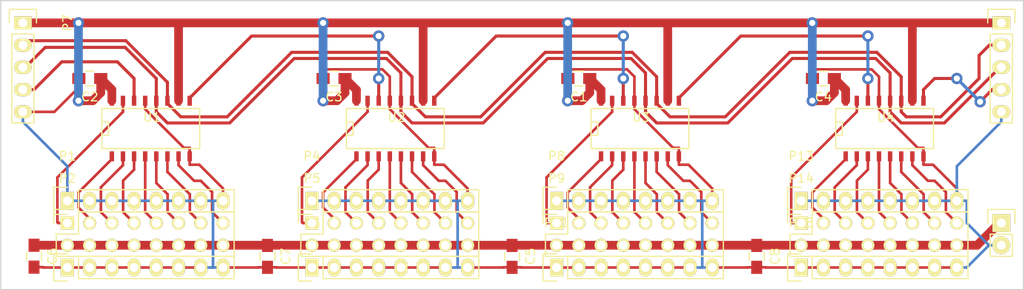
<source format=kicad_pcb>
(kicad_pcb (version 20171130) (host pcbnew "(5.1.12)-1")

  (general
    (thickness 1.6)
    (drawings 4)
    (tracks 475)
    (zones 0)
    (modules 27)
    (nets 43)
  )

  (page A4)
  (title_block
    (title "Cascadeable 32-bit Shift Register")
    (date 2016-07-15)
    (rev v1)
    (company www.photonvolt.com)
    (comment 1 "(c) 2016 Lucas V. Hartmann")
  )

  (layers
    (0 F.Cu signal)
    (31 B.Cu signal)
    (32 B.Adhes user hide)
    (33 F.Adhes user hide)
    (34 B.Paste user hide)
    (35 F.Paste user hide)
    (36 B.SilkS user hide)
    (37 F.SilkS user hide)
    (38 B.Mask user hide)
    (39 F.Mask user hide)
    (40 Dwgs.User user hide)
    (41 Cmts.User user hide)
    (42 Eco1.User user hide)
    (43 Eco2.User user hide)
    (44 Edge.Cuts user)
    (45 Margin user)
    (46 B.CrtYd user)
    (47 F.CrtYd user)
    (48 B.Fab user)
    (49 F.Fab user hide)
  )

  (setup
    (last_trace_width 0.3)
    (trace_clearance 0.24)
    (zone_clearance 0.35)
    (zone_45_only no)
    (trace_min 0.2)
    (via_size 1.3)
    (via_drill 0.7)
    (via_min_size 0.4)
    (via_min_drill 0.3)
    (uvia_size 0.3)
    (uvia_drill 0.1)
    (uvias_allowed no)
    (uvia_min_size 0.2)
    (uvia_min_drill 0.1)
    (edge_width 0.15)
    (segment_width 0.2)
    (pcb_text_width 0.3)
    (pcb_text_size 1.5 1.5)
    (mod_edge_width 0.15)
    (mod_text_size 1 1)
    (mod_text_width 0.15)
    (pad_size 1.524 1.524)
    (pad_drill 0.762)
    (pad_to_mask_clearance 0.2)
    (aux_axis_origin 0 0)
    (grid_origin 144.78 95.25)
    (visible_elements 7FFFFFFF)
    (pcbplotparams
      (layerselection 0x01000_80000001)
      (usegerberextensions false)
      (usegerberattributes true)
      (usegerberadvancedattributes true)
      (creategerberjobfile true)
      (excludeedgelayer true)
      (linewidth 0.100000)
      (plotframeref false)
      (viasonmask false)
      (mode 1)
      (useauxorigin false)
      (hpglpennumber 1)
      (hpglpenspeed 20)
      (hpglpendiameter 15.000000)
      (psnegative false)
      (psa4output false)
      (plotreference true)
      (plotvalue true)
      (plotinvisibletext false)
      (padsonsilk false)
      (subtractmaskfromsilk false)
      (outputformat 1)
      (mirror false)
      (drillshape 0)
      (scaleselection 1)
      (outputdirectory "GERBER"))
  )

  (net 0 "")
  (net 1 VCC)
  (net 2 GND)
  (net 3 VPP)
  (net 4 /Q0)
  (net 5 /Q1)
  (net 6 /Q2)
  (net 7 /Q3)
  (net 8 /Q4)
  (net 9 /Q5)
  (net 10 /Q6)
  (net 11 /Q7)
  (net 12 /Q8)
  (net 13 /Q9)
  (net 14 /Q10)
  (net 15 /Q11)
  (net 16 /Q12)
  (net 17 /Q13)
  (net 18 /Q14)
  (net 19 /Q15)
  (net 20 /BCK)
  (net 21 /WCK)
  (net 22 /SDI)
  (net 23 /Q16)
  (net 24 /Q17)
  (net 25 /Q18)
  (net 26 /Q19)
  (net 27 /Q20)
  (net 28 /Q21)
  (net 29 /Q22)
  (net 30 /Q23)
  (net 31 /SDO)
  (net 32 /Q24)
  (net 33 /Q25)
  (net 34 /Q26)
  (net 35 /Q27)
  (net 36 /Q28)
  (net 37 /Q29)
  (net 38 /Q30)
  (net 39 /Q31)
  (net 40 "Net-(U1-Pad9)")
  (net 41 "Net-(U2-Pad9)")
  (net 42 "Net-(U3-Pad9)")

  (net_class Default "This is the default net class."
    (clearance 0.24)
    (trace_width 0.3)
    (via_dia 1.3)
    (via_drill 0.7)
    (uvia_dia 0.3)
    (uvia_drill 0.1)
    (add_net /BCK)
    (add_net /Q0)
    (add_net /Q1)
    (add_net /Q10)
    (add_net /Q11)
    (add_net /Q12)
    (add_net /Q13)
    (add_net /Q14)
    (add_net /Q15)
    (add_net /Q16)
    (add_net /Q17)
    (add_net /Q18)
    (add_net /Q19)
    (add_net /Q2)
    (add_net /Q20)
    (add_net /Q21)
    (add_net /Q22)
    (add_net /Q23)
    (add_net /Q24)
    (add_net /Q25)
    (add_net /Q26)
    (add_net /Q27)
    (add_net /Q28)
    (add_net /Q29)
    (add_net /Q3)
    (add_net /Q30)
    (add_net /Q31)
    (add_net /Q4)
    (add_net /Q5)
    (add_net /Q6)
    (add_net /Q7)
    (add_net /Q8)
    (add_net /Q9)
    (add_net /SDI)
    (add_net /SDO)
    (add_net /WCK)
    (add_net "Net-(U1-Pad9)")
    (add_net "Net-(U2-Pad9)")
    (add_net "Net-(U3-Pad9)")
  )

  (net_class Power ""
    (clearance 0.24)
    (trace_width 0.3)
    (via_dia 1.3)
    (via_drill 0.7)
    (uvia_dia 0.3)
    (uvia_drill 0.1)
    (add_net GND)
    (add_net VCC)
    (add_net VPP)
  )

  (module Capacitors_SMD:C_0805_HandSoldering (layer F.Cu) (tedit 541A9B8D) (tstamp 564B5063)
    (at 165.1 86.36 180)
    (descr "Capacitor SMD 0805, hand soldering")
    (tags "capacitor 0805")
    (path /564B60FB)
    (attr smd)
    (fp_text reference C1 (at 0 -2.1 180) (layer F.SilkS)
      (effects (font (size 1 1) (thickness 0.15)))
    )
    (fp_text value 1uF (at 0 2.1 180) (layer F.Fab)
      (effects (font (size 1 1) (thickness 0.15)))
    )
    (fp_line (start -0.5 0.85) (end 0.5 0.85) (layer F.SilkS) (width 0.15))
    (fp_line (start 0.5 -0.85) (end -0.5 -0.85) (layer F.SilkS) (width 0.15))
    (fp_line (start 2.3 -1) (end 2.3 1) (layer F.CrtYd) (width 0.05))
    (fp_line (start -2.3 -1) (end -2.3 1) (layer F.CrtYd) (width 0.05))
    (fp_line (start -2.3 1) (end 2.3 1) (layer F.CrtYd) (width 0.05))
    (fp_line (start -2.3 -1) (end 2.3 -1) (layer F.CrtYd) (width 0.05))
    (pad 1 smd rect (at -1.25 0 180) (size 1.5 1.25) (layers F.Cu F.Paste F.Mask)
      (net 1 VCC))
    (pad 2 smd rect (at 1.25 0 180) (size 1.5 1.25) (layers F.Cu F.Paste F.Mask)
      (net 2 GND))
    (model Capacitors_SMD.3dshapes/C_0805_HandSoldering.wrl
      (at (xyz 0 0 0))
      (scale (xyz 1 1 1))
      (rotate (xyz 0 0 0))
    )
  )

  (module Capacitors_SMD:C_0805_HandSoldering (layer F.Cu) (tedit 541A9B8D) (tstamp 564B5069)
    (at 109.24 86.36 180)
    (descr "Capacitor SMD 0805, hand soldering")
    (tags "capacitor 0805")
    (path /564B616C)
    (attr smd)
    (fp_text reference C2 (at 0 -2.1 180) (layer F.SilkS)
      (effects (font (size 1 1) (thickness 0.15)))
    )
    (fp_text value 1uF (at 0 2.1 180) (layer F.Fab)
      (effects (font (size 1 1) (thickness 0.15)))
    )
    (fp_line (start -0.5 0.85) (end 0.5 0.85) (layer F.SilkS) (width 0.15))
    (fp_line (start 0.5 -0.85) (end -0.5 -0.85) (layer F.SilkS) (width 0.15))
    (fp_line (start 2.3 -1) (end 2.3 1) (layer F.CrtYd) (width 0.05))
    (fp_line (start -2.3 -1) (end -2.3 1) (layer F.CrtYd) (width 0.05))
    (fp_line (start -2.3 1) (end 2.3 1) (layer F.CrtYd) (width 0.05))
    (fp_line (start -2.3 -1) (end 2.3 -1) (layer F.CrtYd) (width 0.05))
    (pad 1 smd rect (at -1.25 0 180) (size 1.5 1.25) (layers F.Cu F.Paste F.Mask)
      (net 1 VCC))
    (pad 2 smd rect (at 1.25 0 180) (size 1.5 1.25) (layers F.Cu F.Paste F.Mask)
      (net 2 GND))
    (model Capacitors_SMD.3dshapes/C_0805_HandSoldering.wrl
      (at (xyz 0 0 0))
      (scale (xyz 1 1 1))
      (rotate (xyz 0 0 0))
    )
  )

  (module Capacitors_SMD:C_0805_HandSoldering (layer F.Cu) (tedit 541A9B8D) (tstamp 564B506F)
    (at 137.14 86.36 180)
    (descr "Capacitor SMD 0805, hand soldering")
    (tags "capacitor 0805")
    (path /564B61A9)
    (attr smd)
    (fp_text reference C3 (at 0 -2.1 180) (layer F.SilkS)
      (effects (font (size 1 1) (thickness 0.15)))
    )
    (fp_text value 1uF (at 0 2.1 180) (layer F.Fab)
      (effects (font (size 1 1) (thickness 0.15)))
    )
    (fp_line (start -0.5 0.85) (end 0.5 0.85) (layer F.SilkS) (width 0.15))
    (fp_line (start 0.5 -0.85) (end -0.5 -0.85) (layer F.SilkS) (width 0.15))
    (fp_line (start 2.3 -1) (end 2.3 1) (layer F.CrtYd) (width 0.05))
    (fp_line (start -2.3 -1) (end -2.3 1) (layer F.CrtYd) (width 0.05))
    (fp_line (start -2.3 1) (end 2.3 1) (layer F.CrtYd) (width 0.05))
    (fp_line (start -2.3 -1) (end 2.3 -1) (layer F.CrtYd) (width 0.05))
    (pad 1 smd rect (at -1.25 0 180) (size 1.5 1.25) (layers F.Cu F.Paste F.Mask)
      (net 1 VCC))
    (pad 2 smd rect (at 1.25 0 180) (size 1.5 1.25) (layers F.Cu F.Paste F.Mask)
      (net 2 GND))
    (model Capacitors_SMD.3dshapes/C_0805_HandSoldering.wrl
      (at (xyz 0 0 0))
      (scale (xyz 1 1 1))
      (rotate (xyz 0 0 0))
    )
  )

  (module Capacitors_SMD:C_0805_HandSoldering (layer F.Cu) (tedit 541A9B8D) (tstamp 564B5075)
    (at 193.04 86.36 180)
    (descr "Capacitor SMD 0805, hand soldering")
    (tags "capacitor 0805")
    (path /564B61EC)
    (attr smd)
    (fp_text reference C4 (at 0 -2.1 180) (layer F.SilkS)
      (effects (font (size 1 1) (thickness 0.15)))
    )
    (fp_text value 1uF (at 0 2.1 180) (layer F.Fab)
      (effects (font (size 1 1) (thickness 0.15)))
    )
    (fp_line (start -0.5 0.85) (end 0.5 0.85) (layer F.SilkS) (width 0.15))
    (fp_line (start 0.5 -0.85) (end -0.5 -0.85) (layer F.SilkS) (width 0.15))
    (fp_line (start 2.3 -1) (end 2.3 1) (layer F.CrtYd) (width 0.05))
    (fp_line (start -2.3 -1) (end -2.3 1) (layer F.CrtYd) (width 0.05))
    (fp_line (start -2.3 1) (end 2.3 1) (layer F.CrtYd) (width 0.05))
    (fp_line (start -2.3 -1) (end 2.3 -1) (layer F.CrtYd) (width 0.05))
    (pad 1 smd rect (at -1.25 0 180) (size 1.5 1.25) (layers F.Cu F.Paste F.Mask)
      (net 1 VCC))
    (pad 2 smd rect (at 1.25 0 180) (size 1.5 1.25) (layers F.Cu F.Paste F.Mask)
      (net 2 GND))
    (model Capacitors_SMD.3dshapes/C_0805_HandSoldering.wrl
      (at (xyz 0 0 0))
      (scale (xyz 1 1 1))
      (rotate (xyz 0 0 0))
    )
  )

  (module Capacitors_SMD:C_0805_HandSoldering (layer F.Cu) (tedit 541A9B8D) (tstamp 564B507B)
    (at 157.48 106.68 270)
    (descr "Capacitor SMD 0805, hand soldering")
    (tags "capacitor 0805")
    (path /564B6E07)
    (attr smd)
    (fp_text reference C5 (at 0 -2.1 270) (layer F.SilkS)
      (effects (font (size 1 1) (thickness 0.15)))
    )
    (fp_text value 1uF (at 0 2.1 270) (layer F.Fab)
      (effects (font (size 1 1) (thickness 0.15)))
    )
    (fp_line (start -0.5 0.85) (end 0.5 0.85) (layer F.SilkS) (width 0.15))
    (fp_line (start 0.5 -0.85) (end -0.5 -0.85) (layer F.SilkS) (width 0.15))
    (fp_line (start 2.3 -1) (end 2.3 1) (layer F.CrtYd) (width 0.05))
    (fp_line (start -2.3 -1) (end -2.3 1) (layer F.CrtYd) (width 0.05))
    (fp_line (start -2.3 1) (end 2.3 1) (layer F.CrtYd) (width 0.05))
    (fp_line (start -2.3 -1) (end 2.3 -1) (layer F.CrtYd) (width 0.05))
    (pad 1 smd rect (at -1.25 0 270) (size 1.5 1.25) (layers F.Cu F.Paste F.Mask)
      (net 3 VPP))
    (pad 2 smd rect (at 1.25 0 270) (size 1.5 1.25) (layers F.Cu F.Paste F.Mask)
      (net 2 GND))
    (model Capacitors_SMD.3dshapes/C_0805_HandSoldering.wrl
      (at (xyz 0 0 0))
      (scale (xyz 1 1 1))
      (rotate (xyz 0 0 0))
    )
  )

  (module Capacitors_SMD:C_0805_HandSoldering (layer F.Cu) (tedit 541A9B8D) (tstamp 564B5081)
    (at 102.87 106.66 270)
    (descr "Capacitor SMD 0805, hand soldering")
    (tags "capacitor 0805")
    (path /564B6E0E)
    (attr smd)
    (fp_text reference C6 (at 0 -2.1 270) (layer F.SilkS)
      (effects (font (size 1 1) (thickness 0.15)))
    )
    (fp_text value 1uF (at 0 2.1 270) (layer F.Fab)
      (effects (font (size 1 1) (thickness 0.15)))
    )
    (fp_line (start -0.5 0.85) (end 0.5 0.85) (layer F.SilkS) (width 0.15))
    (fp_line (start 0.5 -0.85) (end -0.5 -0.85) (layer F.SilkS) (width 0.15))
    (fp_line (start 2.3 -1) (end 2.3 1) (layer F.CrtYd) (width 0.05))
    (fp_line (start -2.3 -1) (end -2.3 1) (layer F.CrtYd) (width 0.05))
    (fp_line (start -2.3 1) (end 2.3 1) (layer F.CrtYd) (width 0.05))
    (fp_line (start -2.3 -1) (end 2.3 -1) (layer F.CrtYd) (width 0.05))
    (pad 1 smd rect (at -1.25 0 270) (size 1.5 1.25) (layers F.Cu F.Paste F.Mask)
      (net 3 VPP))
    (pad 2 smd rect (at 1.25 0 270) (size 1.5 1.25) (layers F.Cu F.Paste F.Mask)
      (net 2 GND))
    (model Capacitors_SMD.3dshapes/C_0805_HandSoldering.wrl
      (at (xyz 0 0 0))
      (scale (xyz 1 1 1))
      (rotate (xyz 0 0 0))
    )
  )

  (module Capacitors_SMD:C_0805_HandSoldering (layer F.Cu) (tedit 541A9B8D) (tstamp 564B5087)
    (at 129.54 106.68 270)
    (descr "Capacitor SMD 0805, hand soldering")
    (tags "capacitor 0805")
    (path /564B6E15)
    (attr smd)
    (fp_text reference C7 (at 0 -2.1 270) (layer F.SilkS)
      (effects (font (size 1 1) (thickness 0.15)))
    )
    (fp_text value 1uF (at 0 2.1 270) (layer F.Fab)
      (effects (font (size 1 1) (thickness 0.15)))
    )
    (fp_line (start -0.5 0.85) (end 0.5 0.85) (layer F.SilkS) (width 0.15))
    (fp_line (start 0.5 -0.85) (end -0.5 -0.85) (layer F.SilkS) (width 0.15))
    (fp_line (start 2.3 -1) (end 2.3 1) (layer F.CrtYd) (width 0.05))
    (fp_line (start -2.3 -1) (end -2.3 1) (layer F.CrtYd) (width 0.05))
    (fp_line (start -2.3 1) (end 2.3 1) (layer F.CrtYd) (width 0.05))
    (fp_line (start -2.3 -1) (end 2.3 -1) (layer F.CrtYd) (width 0.05))
    (pad 1 smd rect (at -1.25 0 270) (size 1.5 1.25) (layers F.Cu F.Paste F.Mask)
      (net 3 VPP))
    (pad 2 smd rect (at 1.25 0 270) (size 1.5 1.25) (layers F.Cu F.Paste F.Mask)
      (net 2 GND))
    (model Capacitors_SMD.3dshapes/C_0805_HandSoldering.wrl
      (at (xyz 0 0 0))
      (scale (xyz 1 1 1))
      (rotate (xyz 0 0 0))
    )
  )

  (module Capacitors_SMD:C_0805_HandSoldering (layer F.Cu) (tedit 541A9B8D) (tstamp 564B508D)
    (at 185.42 106.68 270)
    (descr "Capacitor SMD 0805, hand soldering")
    (tags "capacitor 0805")
    (path /564B6E1C)
    (attr smd)
    (fp_text reference C8 (at 0 -2.1 270) (layer F.SilkS)
      (effects (font (size 1 1) (thickness 0.15)))
    )
    (fp_text value 1uF (at 0 2.1 270) (layer F.Fab)
      (effects (font (size 1 1) (thickness 0.15)))
    )
    (fp_line (start -0.5 0.85) (end 0.5 0.85) (layer F.SilkS) (width 0.15))
    (fp_line (start 0.5 -0.85) (end -0.5 -0.85) (layer F.SilkS) (width 0.15))
    (fp_line (start 2.3 -1) (end 2.3 1) (layer F.CrtYd) (width 0.05))
    (fp_line (start -2.3 -1) (end -2.3 1) (layer F.CrtYd) (width 0.05))
    (fp_line (start -2.3 1) (end 2.3 1) (layer F.CrtYd) (width 0.05))
    (fp_line (start -2.3 -1) (end 2.3 -1) (layer F.CrtYd) (width 0.05))
    (pad 1 smd rect (at -1.25 0 270) (size 1.5 1.25) (layers F.Cu F.Paste F.Mask)
      (net 3 VPP))
    (pad 2 smd rect (at 1.25 0 270) (size 1.5 1.25) (layers F.Cu F.Paste F.Mask)
      (net 2 GND))
    (model Capacitors_SMD.3dshapes/C_0805_HandSoldering.wrl
      (at (xyz 0 0 0))
      (scale (xyz 1 1 1))
      (rotate (xyz 0 0 0))
    )
  )

  (module Socket_Strips:Socket_Strip_Straight_2x08 (layer F.Cu) (tedit 0) (tstamp 564B50A1)
    (at 106.68 102.87)
    (descr "Through hole socket strip")
    (tags "socket strip")
    (path /564B4E7E)
    (fp_text reference P2 (at 0 -5.1) (layer F.SilkS)
      (effects (font (size 1 1) (thickness 0.15)))
    )
    (fp_text value CONN_02X08 (at 0 -3.1) (layer F.Fab)
      (effects (font (size 1 1) (thickness 0.15)))
    )
    (fp_line (start -1.55 -1.55) (end -1.55 0) (layer F.SilkS) (width 0.15))
    (fp_line (start 1.27 1.27) (end 1.27 -1.27) (layer F.SilkS) (width 0.15))
    (fp_line (start -1.27 1.27) (end 1.27 1.27) (layer F.SilkS) (width 0.15))
    (fp_line (start 0 -1.55) (end -1.55 -1.55) (layer F.SilkS) (width 0.15))
    (fp_line (start -1.27 3.81) (end -1.27 1.27) (layer F.SilkS) (width 0.15))
    (fp_line (start 19.05 3.81) (end 19.05 -1.27) (layer F.SilkS) (width 0.15))
    (fp_line (start 1.27 -1.27) (end 19.05 -1.27) (layer F.SilkS) (width 0.15))
    (fp_line (start 19.05 3.81) (end -1.27 3.81) (layer F.SilkS) (width 0.15))
    (fp_line (start -1.75 4.3) (end 19.55 4.3) (layer F.CrtYd) (width 0.05))
    (fp_line (start -1.75 -1.75) (end 19.55 -1.75) (layer F.CrtYd) (width 0.05))
    (fp_line (start 19.55 -1.75) (end 19.55 4.3) (layer F.CrtYd) (width 0.05))
    (fp_line (start -1.75 -1.75) (end -1.75 4.3) (layer F.CrtYd) (width 0.05))
    (pad 1 thru_hole rect (at 0 0) (size 1.5 1.5) (drill 1.016) (layers *.Cu *.Mask F.SilkS)
      (net 4 /Q0))
    (pad 2 thru_hole oval (at 0 2.54) (size 1.5 1.5) (drill 1.016) (layers *.Cu *.Mask F.SilkS)
      (net 3 VPP))
    (pad 3 thru_hole oval (at 2.54 0) (size 1.5 1.5) (drill 1.016) (layers *.Cu *.Mask F.SilkS)
      (net 5 /Q1))
    (pad 4 thru_hole oval (at 2.54 2.54) (size 1.5 1.5) (drill 1.016) (layers *.Cu *.Mask F.SilkS)
      (net 3 VPP))
    (pad 5 thru_hole oval (at 5.08 0) (size 1.5 1.5) (drill 1.016) (layers *.Cu *.Mask F.SilkS)
      (net 6 /Q2))
    (pad 6 thru_hole oval (at 5.08 2.54) (size 1.5 1.5) (drill 1.016) (layers *.Cu *.Mask F.SilkS)
      (net 3 VPP))
    (pad 7 thru_hole oval (at 7.62 0) (size 1.5 1.5) (drill 1.016) (layers *.Cu *.Mask F.SilkS)
      (net 7 /Q3))
    (pad 8 thru_hole oval (at 7.62 2.54) (size 1.5 1.5) (drill 1.016) (layers *.Cu *.Mask F.SilkS)
      (net 3 VPP))
    (pad 9 thru_hole oval (at 10.16 0) (size 1.5 1.5) (drill 1.016) (layers *.Cu *.Mask F.SilkS)
      (net 8 /Q4))
    (pad 10 thru_hole oval (at 10.16 2.54) (size 1.5 1.5) (drill 1.016) (layers *.Cu *.Mask F.SilkS)
      (net 3 VPP))
    (pad 11 thru_hole oval (at 12.7 0) (size 1.5 1.5) (drill 1.016) (layers *.Cu *.Mask F.SilkS)
      (net 9 /Q5))
    (pad 12 thru_hole oval (at 12.7 2.54) (size 1.5 1.5) (drill 1.016) (layers *.Cu *.Mask F.SilkS)
      (net 3 VPP))
    (pad 13 thru_hole oval (at 15.24 0) (size 1.5 1.5) (drill 1.016) (layers *.Cu *.Mask F.SilkS)
      (net 10 /Q6))
    (pad 14 thru_hole oval (at 15.24 2.54) (size 1.5 1.5) (drill 1.016) (layers *.Cu *.Mask F.SilkS)
      (net 3 VPP))
    (pad 15 thru_hole oval (at 17.78 0) (size 1.5 1.5) (drill 1.016) (layers *.Cu *.Mask F.SilkS)
      (net 11 /Q7))
    (pad 16 thru_hole oval (at 17.78 2.54) (size 1.5 1.5) (drill 1.016) (layers *.Cu *.Mask F.SilkS)
      (net 3 VPP))
    (model Socket_Strips.3dshapes/Socket_Strip_Straight_2x08.wrl
      (offset (xyz 8.889999866485596 -1.269999980926514 0))
      (scale (xyz 1 1 1))
      (rotate (xyz 0 0 180))
    )
  )

  (module Socket_Strips:Socket_Strip_Straight_1x08 (layer F.Cu) (tedit 0) (tstamp 564B50AD)
    (at 106.68 107.95)
    (descr "Through hole socket strip")
    (tags "socket strip")
    (path /564B57F1)
    (fp_text reference P3 (at 0 -5.1) (layer F.SilkS)
      (effects (font (size 1 1) (thickness 0.15)))
    )
    (fp_text value CONN_01X08 (at 0 -3.1) (layer F.Fab)
      (effects (font (size 1 1) (thickness 0.15)))
    )
    (fp_line (start -1.55 -1.55) (end -1.55 1.55) (layer F.SilkS) (width 0.15))
    (fp_line (start 0 -1.55) (end -1.55 -1.55) (layer F.SilkS) (width 0.15))
    (fp_line (start 1.27 1.27) (end 1.27 -1.27) (layer F.SilkS) (width 0.15))
    (fp_line (start -1.55 1.55) (end 0 1.55) (layer F.SilkS) (width 0.15))
    (fp_line (start 19.05 -1.27) (end 1.27 -1.27) (layer F.SilkS) (width 0.15))
    (fp_line (start 19.05 1.27) (end 19.05 -1.27) (layer F.SilkS) (width 0.15))
    (fp_line (start 1.27 1.27) (end 19.05 1.27) (layer F.SilkS) (width 0.15))
    (fp_line (start -1.75 1.75) (end 19.55 1.75) (layer F.CrtYd) (width 0.05))
    (fp_line (start -1.75 -1.75) (end 19.55 -1.75) (layer F.CrtYd) (width 0.05))
    (fp_line (start 19.55 -1.75) (end 19.55 1.75) (layer F.CrtYd) (width 0.05))
    (fp_line (start -1.75 -1.75) (end -1.75 1.75) (layer F.CrtYd) (width 0.05))
    (pad 1 thru_hole rect (at 0 0) (size 1.5 2.032) (drill 1.016) (layers *.Cu *.Mask F.SilkS)
      (net 2 GND))
    (pad 2 thru_hole oval (at 2.54 0) (size 1.5 2.032) (drill 1.016) (layers *.Cu *.Mask F.SilkS)
      (net 2 GND))
    (pad 3 thru_hole oval (at 5.08 0) (size 1.5 2.032) (drill 1.016) (layers *.Cu *.Mask F.SilkS)
      (net 2 GND))
    (pad 4 thru_hole oval (at 7.62 0) (size 1.5 2.032) (drill 1.016) (layers *.Cu *.Mask F.SilkS)
      (net 2 GND))
    (pad 5 thru_hole oval (at 10.16 0) (size 1.5 2.032) (drill 1.016) (layers *.Cu *.Mask F.SilkS)
      (net 2 GND))
    (pad 6 thru_hole oval (at 12.7 0) (size 1.5 2.032) (drill 1.016) (layers *.Cu *.Mask F.SilkS)
      (net 2 GND))
    (pad 7 thru_hole oval (at 15.24 0) (size 1.5 2.032) (drill 1.016) (layers *.Cu *.Mask F.SilkS)
      (net 2 GND))
    (pad 8 thru_hole oval (at 17.78 0) (size 1.5 2.032) (drill 1.016) (layers *.Cu *.Mask F.SilkS)
      (net 2 GND))
    (model Socket_Strips.3dshapes/Socket_Strip_Straight_1x08.wrl
      (offset (xyz 8.889999866485596 0 0))
      (scale (xyz 1 1 1))
      (rotate (xyz 0 0 180))
    )
  )

  (module Socket_Strips:Socket_Strip_Straight_2x08 (layer F.Cu) (tedit 0) (tstamp 564B50C1)
    (at 134.62 102.87)
    (descr "Through hole socket strip")
    (tags "socket strip")
    (path /564B538D)
    (fp_text reference P5 (at 0 -5.1) (layer F.SilkS)
      (effects (font (size 1 1) (thickness 0.15)))
    )
    (fp_text value CONN_02X08 (at 0 -3.1) (layer F.Fab)
      (effects (font (size 1 1) (thickness 0.15)))
    )
    (fp_line (start -1.55 -1.55) (end -1.55 0) (layer F.SilkS) (width 0.15))
    (fp_line (start 1.27 1.27) (end 1.27 -1.27) (layer F.SilkS) (width 0.15))
    (fp_line (start -1.27 1.27) (end 1.27 1.27) (layer F.SilkS) (width 0.15))
    (fp_line (start 0 -1.55) (end -1.55 -1.55) (layer F.SilkS) (width 0.15))
    (fp_line (start -1.27 3.81) (end -1.27 1.27) (layer F.SilkS) (width 0.15))
    (fp_line (start 19.05 3.81) (end 19.05 -1.27) (layer F.SilkS) (width 0.15))
    (fp_line (start 1.27 -1.27) (end 19.05 -1.27) (layer F.SilkS) (width 0.15))
    (fp_line (start 19.05 3.81) (end -1.27 3.81) (layer F.SilkS) (width 0.15))
    (fp_line (start -1.75 4.3) (end 19.55 4.3) (layer F.CrtYd) (width 0.05))
    (fp_line (start -1.75 -1.75) (end 19.55 -1.75) (layer F.CrtYd) (width 0.05))
    (fp_line (start 19.55 -1.75) (end 19.55 4.3) (layer F.CrtYd) (width 0.05))
    (fp_line (start -1.75 -1.75) (end -1.75 4.3) (layer F.CrtYd) (width 0.05))
    (pad 1 thru_hole rect (at 0 0) (size 1.5 1.5) (drill 1.016) (layers *.Cu *.Mask F.SilkS)
      (net 12 /Q8))
    (pad 2 thru_hole oval (at 0 2.54) (size 1.5 1.5) (drill 1.016) (layers *.Cu *.Mask F.SilkS)
      (net 3 VPP))
    (pad 3 thru_hole oval (at 2.54 0) (size 1.5 1.5) (drill 1.016) (layers *.Cu *.Mask F.SilkS)
      (net 13 /Q9))
    (pad 4 thru_hole oval (at 2.54 2.54) (size 1.5 1.5) (drill 1.016) (layers *.Cu *.Mask F.SilkS)
      (net 3 VPP))
    (pad 5 thru_hole oval (at 5.08 0) (size 1.5 1.5) (drill 1.016) (layers *.Cu *.Mask F.SilkS)
      (net 14 /Q10))
    (pad 6 thru_hole oval (at 5.08 2.54) (size 1.5 1.5) (drill 1.016) (layers *.Cu *.Mask F.SilkS)
      (net 3 VPP))
    (pad 7 thru_hole oval (at 7.62 0) (size 1.5 1.5) (drill 1.016) (layers *.Cu *.Mask F.SilkS)
      (net 15 /Q11))
    (pad 8 thru_hole oval (at 7.62 2.54) (size 1.5 1.5) (drill 1.016) (layers *.Cu *.Mask F.SilkS)
      (net 3 VPP))
    (pad 9 thru_hole oval (at 10.16 0) (size 1.5 1.5) (drill 1.016) (layers *.Cu *.Mask F.SilkS)
      (net 16 /Q12))
    (pad 10 thru_hole oval (at 10.16 2.54) (size 1.5 1.5) (drill 1.016) (layers *.Cu *.Mask F.SilkS)
      (net 3 VPP))
    (pad 11 thru_hole oval (at 12.7 0) (size 1.5 1.5) (drill 1.016) (layers *.Cu *.Mask F.SilkS)
      (net 17 /Q13))
    (pad 12 thru_hole oval (at 12.7 2.54) (size 1.5 1.5) (drill 1.016) (layers *.Cu *.Mask F.SilkS)
      (net 3 VPP))
    (pad 13 thru_hole oval (at 15.24 0) (size 1.5 1.5) (drill 1.016) (layers *.Cu *.Mask F.SilkS)
      (net 18 /Q14))
    (pad 14 thru_hole oval (at 15.24 2.54) (size 1.5 1.5) (drill 1.016) (layers *.Cu *.Mask F.SilkS)
      (net 3 VPP))
    (pad 15 thru_hole oval (at 17.78 0) (size 1.5 1.5) (drill 1.016) (layers *.Cu *.Mask F.SilkS)
      (net 19 /Q15))
    (pad 16 thru_hole oval (at 17.78 2.54) (size 1.5 1.5) (drill 1.016) (layers *.Cu *.Mask F.SilkS)
      (net 3 VPP))
    (model Socket_Strips.3dshapes/Socket_Strip_Straight_2x08.wrl
      (offset (xyz 8.889999866485596 -1.269999980926514 0))
      (scale (xyz 1 1 1))
      (rotate (xyz 0 0 180))
    )
  )

  (module Socket_Strips:Socket_Strip_Straight_1x08 (layer F.Cu) (tedit 0) (tstamp 564B50CD)
    (at 134.62 107.95)
    (descr "Through hole socket strip")
    (tags "socket strip")
    (path /564B5EDC)
    (fp_text reference P6 (at 0 -5.1) (layer F.SilkS)
      (effects (font (size 1 1) (thickness 0.15)))
    )
    (fp_text value CONN_01X08 (at 0 -3.1) (layer F.Fab)
      (effects (font (size 1 1) (thickness 0.15)))
    )
    (fp_line (start -1.55 -1.55) (end -1.55 1.55) (layer F.SilkS) (width 0.15))
    (fp_line (start 0 -1.55) (end -1.55 -1.55) (layer F.SilkS) (width 0.15))
    (fp_line (start 1.27 1.27) (end 1.27 -1.27) (layer F.SilkS) (width 0.15))
    (fp_line (start -1.55 1.55) (end 0 1.55) (layer F.SilkS) (width 0.15))
    (fp_line (start 19.05 -1.27) (end 1.27 -1.27) (layer F.SilkS) (width 0.15))
    (fp_line (start 19.05 1.27) (end 19.05 -1.27) (layer F.SilkS) (width 0.15))
    (fp_line (start 1.27 1.27) (end 19.05 1.27) (layer F.SilkS) (width 0.15))
    (fp_line (start -1.75 1.75) (end 19.55 1.75) (layer F.CrtYd) (width 0.05))
    (fp_line (start -1.75 -1.75) (end 19.55 -1.75) (layer F.CrtYd) (width 0.05))
    (fp_line (start 19.55 -1.75) (end 19.55 1.75) (layer F.CrtYd) (width 0.05))
    (fp_line (start -1.75 -1.75) (end -1.75 1.75) (layer F.CrtYd) (width 0.05))
    (pad 1 thru_hole rect (at 0 0) (size 1.5 2.032) (drill 1.016) (layers *.Cu *.Mask F.SilkS)
      (net 2 GND))
    (pad 2 thru_hole oval (at 2.54 0) (size 1.5 2.032) (drill 1.016) (layers *.Cu *.Mask F.SilkS)
      (net 2 GND))
    (pad 3 thru_hole oval (at 5.08 0) (size 1.5 2.032) (drill 1.016) (layers *.Cu *.Mask F.SilkS)
      (net 2 GND))
    (pad 4 thru_hole oval (at 7.62 0) (size 1.5 2.032) (drill 1.016) (layers *.Cu *.Mask F.SilkS)
      (net 2 GND))
    (pad 5 thru_hole oval (at 10.16 0) (size 1.5 2.032) (drill 1.016) (layers *.Cu *.Mask F.SilkS)
      (net 2 GND))
    (pad 6 thru_hole oval (at 12.7 0) (size 1.5 2.032) (drill 1.016) (layers *.Cu *.Mask F.SilkS)
      (net 2 GND))
    (pad 7 thru_hole oval (at 15.24 0) (size 1.5 2.032) (drill 1.016) (layers *.Cu *.Mask F.SilkS)
      (net 2 GND))
    (pad 8 thru_hole oval (at 17.78 0) (size 1.5 2.032) (drill 1.016) (layers *.Cu *.Mask F.SilkS)
      (net 2 GND))
    (model Socket_Strips.3dshapes/Socket_Strip_Straight_1x08.wrl
      (offset (xyz 8.889999866485596 0 0))
      (scale (xyz 1 1 1))
      (rotate (xyz 0 0 180))
    )
  )

  (module Socket_Strips:Socket_Strip_Straight_1x05 (layer F.Cu) (tedit 0) (tstamp 564B50D6)
    (at 101.6 80.01 270)
    (descr "Through hole socket strip")
    (tags "socket strip")
    (path /564B4C2F)
    (fp_text reference P7 (at 0 -5.1 270) (layer F.SilkS)
      (effects (font (size 1 1) (thickness 0.15)))
    )
    (fp_text value INPUT (at 0 -3.1 270) (layer F.Fab)
      (effects (font (size 1 1) (thickness 0.15)))
    )
    (fp_line (start -1.55 -1.55) (end -1.55 1.55) (layer F.SilkS) (width 0.15))
    (fp_line (start 0 -1.55) (end -1.55 -1.55) (layer F.SilkS) (width 0.15))
    (fp_line (start 1.27 1.27) (end 1.27 -1.27) (layer F.SilkS) (width 0.15))
    (fp_line (start -1.55 1.55) (end 0 1.55) (layer F.SilkS) (width 0.15))
    (fp_line (start 11.43 -1.27) (end 1.27 -1.27) (layer F.SilkS) (width 0.15))
    (fp_line (start 11.43 1.27) (end 11.43 -1.27) (layer F.SilkS) (width 0.15))
    (fp_line (start 1.27 1.27) (end 11.43 1.27) (layer F.SilkS) (width 0.15))
    (fp_line (start -1.75 1.75) (end 11.95 1.75) (layer F.CrtYd) (width 0.05))
    (fp_line (start -1.75 -1.75) (end 11.95 -1.75) (layer F.CrtYd) (width 0.05))
    (fp_line (start 11.95 -1.75) (end 11.95 1.75) (layer F.CrtYd) (width 0.05))
    (fp_line (start -1.75 -1.75) (end -1.75 1.75) (layer F.CrtYd) (width 0.05))
    (pad 1 thru_hole rect (at 0 0 270) (size 1.5 2.032) (drill 1.016) (layers *.Cu *.Mask F.SilkS)
      (net 1 VCC))
    (pad 2 thru_hole oval (at 2.54 0 270) (size 1.5 2.032) (drill 1.016) (layers *.Cu *.Mask F.SilkS)
      (net 20 /BCK))
    (pad 3 thru_hole oval (at 5.08 0 270) (size 1.5 2.032) (drill 1.016) (layers *.Cu *.Mask F.SilkS)
      (net 21 /WCK))
    (pad 4 thru_hole oval (at 7.62 0 270) (size 1.5 2.032) (drill 1.016) (layers *.Cu *.Mask F.SilkS)
      (net 22 /SDI))
    (pad 5 thru_hole oval (at 10.16 0 270) (size 1.5 2.032) (drill 1.016) (layers *.Cu *.Mask F.SilkS)
      (net 2 GND))
    (model Socket_Strips.3dshapes/Socket_Strip_Straight_1x05.wrl
      (offset (xyz 5.079999923706055 0 0))
      (scale (xyz 1 1 1))
      (rotate (xyz 0 0 180))
    )
  )

  (module Socket_Strips:Socket_Strip_Straight_2x08 (layer F.Cu) (tedit 0) (tstamp 564B50EA)
    (at 162.56 102.87)
    (descr "Through hole socket strip")
    (tags "socket strip")
    (path /564B54A0)
    (fp_text reference P9 (at 0 -5.1) (layer F.SilkS)
      (effects (font (size 1 1) (thickness 0.15)))
    )
    (fp_text value CONN_02X08 (at 0 -3.1) (layer F.Fab)
      (effects (font (size 1 1) (thickness 0.15)))
    )
    (fp_line (start -1.55 -1.55) (end -1.55 0) (layer F.SilkS) (width 0.15))
    (fp_line (start 1.27 1.27) (end 1.27 -1.27) (layer F.SilkS) (width 0.15))
    (fp_line (start -1.27 1.27) (end 1.27 1.27) (layer F.SilkS) (width 0.15))
    (fp_line (start 0 -1.55) (end -1.55 -1.55) (layer F.SilkS) (width 0.15))
    (fp_line (start -1.27 3.81) (end -1.27 1.27) (layer F.SilkS) (width 0.15))
    (fp_line (start 19.05 3.81) (end 19.05 -1.27) (layer F.SilkS) (width 0.15))
    (fp_line (start 1.27 -1.27) (end 19.05 -1.27) (layer F.SilkS) (width 0.15))
    (fp_line (start 19.05 3.81) (end -1.27 3.81) (layer F.SilkS) (width 0.15))
    (fp_line (start -1.75 4.3) (end 19.55 4.3) (layer F.CrtYd) (width 0.05))
    (fp_line (start -1.75 -1.75) (end 19.55 -1.75) (layer F.CrtYd) (width 0.05))
    (fp_line (start 19.55 -1.75) (end 19.55 4.3) (layer F.CrtYd) (width 0.05))
    (fp_line (start -1.75 -1.75) (end -1.75 4.3) (layer F.CrtYd) (width 0.05))
    (pad 1 thru_hole rect (at 0 0) (size 1.5 1.5) (drill 1.016) (layers *.Cu *.Mask F.SilkS)
      (net 23 /Q16))
    (pad 2 thru_hole oval (at 0 2.54) (size 1.5 1.5) (drill 1.016) (layers *.Cu *.Mask F.SilkS)
      (net 3 VPP))
    (pad 3 thru_hole oval (at 2.54 0) (size 1.5 1.5) (drill 1.016) (layers *.Cu *.Mask F.SilkS)
      (net 24 /Q17))
    (pad 4 thru_hole oval (at 2.54 2.54) (size 1.5 1.5) (drill 1.016) (layers *.Cu *.Mask F.SilkS)
      (net 3 VPP))
    (pad 5 thru_hole oval (at 5.08 0) (size 1.5 1.5) (drill 1.016) (layers *.Cu *.Mask F.SilkS)
      (net 25 /Q18))
    (pad 6 thru_hole oval (at 5.08 2.54) (size 1.5 1.5) (drill 1.016) (layers *.Cu *.Mask F.SilkS)
      (net 3 VPP))
    (pad 7 thru_hole oval (at 7.62 0) (size 1.5 1.5) (drill 1.016) (layers *.Cu *.Mask F.SilkS)
      (net 26 /Q19))
    (pad 8 thru_hole oval (at 7.62 2.54) (size 1.5 1.5) (drill 1.016) (layers *.Cu *.Mask F.SilkS)
      (net 3 VPP))
    (pad 9 thru_hole oval (at 10.16 0) (size 1.5 1.5) (drill 1.016) (layers *.Cu *.Mask F.SilkS)
      (net 27 /Q20))
    (pad 10 thru_hole oval (at 10.16 2.54) (size 1.5 1.5) (drill 1.016) (layers *.Cu *.Mask F.SilkS)
      (net 3 VPP))
    (pad 11 thru_hole oval (at 12.7 0) (size 1.5 1.5) (drill 1.016) (layers *.Cu *.Mask F.SilkS)
      (net 28 /Q21))
    (pad 12 thru_hole oval (at 12.7 2.54) (size 1.5 1.5) (drill 1.016) (layers *.Cu *.Mask F.SilkS)
      (net 3 VPP))
    (pad 13 thru_hole oval (at 15.24 0) (size 1.5 1.5) (drill 1.016) (layers *.Cu *.Mask F.SilkS)
      (net 29 /Q22))
    (pad 14 thru_hole oval (at 15.24 2.54) (size 1.5 1.5) (drill 1.016) (layers *.Cu *.Mask F.SilkS)
      (net 3 VPP))
    (pad 15 thru_hole oval (at 17.78 0) (size 1.5 1.5) (drill 1.016) (layers *.Cu *.Mask F.SilkS)
      (net 30 /Q23))
    (pad 16 thru_hole oval (at 17.78 2.54) (size 1.5 1.5) (drill 1.016) (layers *.Cu *.Mask F.SilkS)
      (net 3 VPP))
    (model Socket_Strips.3dshapes/Socket_Strip_Straight_2x08.wrl
      (offset (xyz 8.889999866485596 -1.269999980926514 0))
      (scale (xyz 1 1 1))
      (rotate (xyz 0 0 180))
    )
  )

  (module Socket_Strips:Socket_Strip_Straight_1x05 (layer F.Cu) (tedit 0) (tstamp 564B50F3)
    (at 213.36 80.01 270)
    (descr "Through hole socket strip")
    (tags "socket strip")
    (path /564A5E7D)
    (fp_text reference P10 (at 0 -5.1 270) (layer F.SilkS)
      (effects (font (size 1 1) (thickness 0.15)))
    )
    (fp_text value EXPANSION (at 0 -3.1 270) (layer F.Fab)
      (effects (font (size 1 1) (thickness 0.15)))
    )
    (fp_line (start -1.55 -1.55) (end -1.55 1.55) (layer F.SilkS) (width 0.15))
    (fp_line (start 0 -1.55) (end -1.55 -1.55) (layer F.SilkS) (width 0.15))
    (fp_line (start 1.27 1.27) (end 1.27 -1.27) (layer F.SilkS) (width 0.15))
    (fp_line (start -1.55 1.55) (end 0 1.55) (layer F.SilkS) (width 0.15))
    (fp_line (start 11.43 -1.27) (end 1.27 -1.27) (layer F.SilkS) (width 0.15))
    (fp_line (start 11.43 1.27) (end 11.43 -1.27) (layer F.SilkS) (width 0.15))
    (fp_line (start 1.27 1.27) (end 11.43 1.27) (layer F.SilkS) (width 0.15))
    (fp_line (start -1.75 1.75) (end 11.95 1.75) (layer F.CrtYd) (width 0.05))
    (fp_line (start -1.75 -1.75) (end 11.95 -1.75) (layer F.CrtYd) (width 0.05))
    (fp_line (start 11.95 -1.75) (end 11.95 1.75) (layer F.CrtYd) (width 0.05))
    (fp_line (start -1.75 -1.75) (end -1.75 1.75) (layer F.CrtYd) (width 0.05))
    (pad 1 thru_hole rect (at 0 0 270) (size 1.5 2.032) (drill 1.016) (layers *.Cu *.Mask F.SilkS)
      (net 1 VCC))
    (pad 2 thru_hole oval (at 2.54 0 270) (size 1.5 2.032) (drill 1.016) (layers *.Cu *.Mask F.SilkS)
      (net 20 /BCK))
    (pad 3 thru_hole oval (at 5.08 0 270) (size 1.5 2.032) (drill 1.016) (layers *.Cu *.Mask F.SilkS)
      (net 21 /WCK))
    (pad 4 thru_hole oval (at 7.62 0 270) (size 1.5 2.032) (drill 1.016) (layers *.Cu *.Mask F.SilkS)
      (net 31 /SDO))
    (pad 5 thru_hole oval (at 10.16 0 270) (size 1.5 2.032) (drill 1.016) (layers *.Cu *.Mask F.SilkS)
      (net 2 GND))
    (model Socket_Strips.3dshapes/Socket_Strip_Straight_1x05.wrl
      (offset (xyz 5.079999923706055 0 0))
      (scale (xyz 1 1 1))
      (rotate (xyz 0 0 180))
    )
  )

  (module Socket_Strips:Socket_Strip_Straight_1x08 (layer F.Cu) (tedit 0) (tstamp 564B50FF)
    (at 162.56 107.95)
    (descr "Through hole socket strip")
    (tags "socket strip")
    (path /564B5F8D)
    (fp_text reference P11 (at 0 -5.1) (layer F.SilkS)
      (effects (font (size 1 1) (thickness 0.15)))
    )
    (fp_text value CONN_01X08 (at 0 -3.1) (layer F.Fab)
      (effects (font (size 1 1) (thickness 0.15)))
    )
    (fp_line (start -1.55 -1.55) (end -1.55 1.55) (layer F.SilkS) (width 0.15))
    (fp_line (start 0 -1.55) (end -1.55 -1.55) (layer F.SilkS) (width 0.15))
    (fp_line (start 1.27 1.27) (end 1.27 -1.27) (layer F.SilkS) (width 0.15))
    (fp_line (start -1.55 1.55) (end 0 1.55) (layer F.SilkS) (width 0.15))
    (fp_line (start 19.05 -1.27) (end 1.27 -1.27) (layer F.SilkS) (width 0.15))
    (fp_line (start 19.05 1.27) (end 19.05 -1.27) (layer F.SilkS) (width 0.15))
    (fp_line (start 1.27 1.27) (end 19.05 1.27) (layer F.SilkS) (width 0.15))
    (fp_line (start -1.75 1.75) (end 19.55 1.75) (layer F.CrtYd) (width 0.05))
    (fp_line (start -1.75 -1.75) (end 19.55 -1.75) (layer F.CrtYd) (width 0.05))
    (fp_line (start 19.55 -1.75) (end 19.55 1.75) (layer F.CrtYd) (width 0.05))
    (fp_line (start -1.75 -1.75) (end -1.75 1.75) (layer F.CrtYd) (width 0.05))
    (pad 1 thru_hole rect (at 0 0) (size 1.5 2.032) (drill 1.016) (layers *.Cu *.Mask F.SilkS)
      (net 2 GND))
    (pad 2 thru_hole oval (at 2.54 0) (size 1.5 2.032) (drill 1.016) (layers *.Cu *.Mask F.SilkS)
      (net 2 GND))
    (pad 3 thru_hole oval (at 5.08 0) (size 1.5 2.032) (drill 1.016) (layers *.Cu *.Mask F.SilkS)
      (net 2 GND))
    (pad 4 thru_hole oval (at 7.62 0) (size 1.5 2.032) (drill 1.016) (layers *.Cu *.Mask F.SilkS)
      (net 2 GND))
    (pad 5 thru_hole oval (at 10.16 0) (size 1.5 2.032) (drill 1.016) (layers *.Cu *.Mask F.SilkS)
      (net 2 GND))
    (pad 6 thru_hole oval (at 12.7 0) (size 1.5 2.032) (drill 1.016) (layers *.Cu *.Mask F.SilkS)
      (net 2 GND))
    (pad 7 thru_hole oval (at 15.24 0) (size 1.5 2.032) (drill 1.016) (layers *.Cu *.Mask F.SilkS)
      (net 2 GND))
    (pad 8 thru_hole oval (at 17.78 0) (size 1.5 2.032) (drill 1.016) (layers *.Cu *.Mask F.SilkS)
      (net 2 GND))
    (model Socket_Strips.3dshapes/Socket_Strip_Straight_1x08.wrl
      (offset (xyz 8.889999866485596 0 0))
      (scale (xyz 1 1 1))
      (rotate (xyz 0 0 180))
    )
  )

  (module Socket_Strips:Socket_Strip_Straight_2x08 (layer F.Cu) (tedit 0) (tstamp 564B5113)
    (at 190.5 102.87)
    (descr "Through hole socket strip")
    (tags "socket strip")
    (path /564B5640)
    (fp_text reference P14 (at 0 -5.1) (layer F.SilkS)
      (effects (font (size 1 1) (thickness 0.15)))
    )
    (fp_text value CONN_02X08 (at 0 -3.1) (layer F.Fab)
      (effects (font (size 1 1) (thickness 0.15)))
    )
    (fp_line (start -1.55 -1.55) (end -1.55 0) (layer F.SilkS) (width 0.15))
    (fp_line (start 1.27 1.27) (end 1.27 -1.27) (layer F.SilkS) (width 0.15))
    (fp_line (start -1.27 1.27) (end 1.27 1.27) (layer F.SilkS) (width 0.15))
    (fp_line (start 0 -1.55) (end -1.55 -1.55) (layer F.SilkS) (width 0.15))
    (fp_line (start -1.27 3.81) (end -1.27 1.27) (layer F.SilkS) (width 0.15))
    (fp_line (start 19.05 3.81) (end 19.05 -1.27) (layer F.SilkS) (width 0.15))
    (fp_line (start 1.27 -1.27) (end 19.05 -1.27) (layer F.SilkS) (width 0.15))
    (fp_line (start 19.05 3.81) (end -1.27 3.81) (layer F.SilkS) (width 0.15))
    (fp_line (start -1.75 4.3) (end 19.55 4.3) (layer F.CrtYd) (width 0.05))
    (fp_line (start -1.75 -1.75) (end 19.55 -1.75) (layer F.CrtYd) (width 0.05))
    (fp_line (start 19.55 -1.75) (end 19.55 4.3) (layer F.CrtYd) (width 0.05))
    (fp_line (start -1.75 -1.75) (end -1.75 4.3) (layer F.CrtYd) (width 0.05))
    (pad 1 thru_hole rect (at 0 0) (size 1.5 1.5) (drill 1.016) (layers *.Cu *.Mask F.SilkS)
      (net 32 /Q24))
    (pad 2 thru_hole oval (at 0 2.54) (size 1.5 1.5) (drill 1.016) (layers *.Cu *.Mask F.SilkS)
      (net 3 VPP))
    (pad 3 thru_hole oval (at 2.54 0) (size 1.5 1.5) (drill 1.016) (layers *.Cu *.Mask F.SilkS)
      (net 33 /Q25))
    (pad 4 thru_hole oval (at 2.54 2.54) (size 1.5 1.5) (drill 1.016) (layers *.Cu *.Mask F.SilkS)
      (net 3 VPP))
    (pad 5 thru_hole oval (at 5.08 0) (size 1.5 1.5) (drill 1.016) (layers *.Cu *.Mask F.SilkS)
      (net 34 /Q26))
    (pad 6 thru_hole oval (at 5.08 2.54) (size 1.5 1.5) (drill 1.016) (layers *.Cu *.Mask F.SilkS)
      (net 3 VPP))
    (pad 7 thru_hole oval (at 7.62 0) (size 1.5 1.5) (drill 1.016) (layers *.Cu *.Mask F.SilkS)
      (net 35 /Q27))
    (pad 8 thru_hole oval (at 7.62 2.54) (size 1.5 1.5) (drill 1.016) (layers *.Cu *.Mask F.SilkS)
      (net 3 VPP))
    (pad 9 thru_hole oval (at 10.16 0) (size 1.5 1.5) (drill 1.016) (layers *.Cu *.Mask F.SilkS)
      (net 36 /Q28))
    (pad 10 thru_hole oval (at 10.16 2.54) (size 1.5 1.5) (drill 1.016) (layers *.Cu *.Mask F.SilkS)
      (net 3 VPP))
    (pad 11 thru_hole oval (at 12.7 0) (size 1.5 1.5) (drill 1.016) (layers *.Cu *.Mask F.SilkS)
      (net 37 /Q29))
    (pad 12 thru_hole oval (at 12.7 2.54) (size 1.5 1.5) (drill 1.016) (layers *.Cu *.Mask F.SilkS)
      (net 3 VPP))
    (pad 13 thru_hole oval (at 15.24 0) (size 1.5 1.5) (drill 1.016) (layers *.Cu *.Mask F.SilkS)
      (net 38 /Q30))
    (pad 14 thru_hole oval (at 15.24 2.54) (size 1.5 1.5) (drill 1.016) (layers *.Cu *.Mask F.SilkS)
      (net 3 VPP))
    (pad 15 thru_hole oval (at 17.78 0) (size 1.5 1.5) (drill 1.016) (layers *.Cu *.Mask F.SilkS)
      (net 39 /Q31))
    (pad 16 thru_hole oval (at 17.78 2.54) (size 1.5 1.5) (drill 1.016) (layers *.Cu *.Mask F.SilkS)
      (net 3 VPP))
    (model Socket_Strips.3dshapes/Socket_Strip_Straight_2x08.wrl
      (offset (xyz 8.889999866485596 -1.269999980926514 0))
      (scale (xyz 1 1 1))
      (rotate (xyz 0 0 180))
    )
  )

  (module Socket_Strips:Socket_Strip_Straight_1x08 (layer F.Cu) (tedit 0) (tstamp 564B511F)
    (at 190.5 107.95)
    (descr "Through hole socket strip")
    (tags "socket strip")
    (path /564B600B)
    (fp_text reference P15 (at 0 -5.1) (layer F.SilkS)
      (effects (font (size 1 1) (thickness 0.15)))
    )
    (fp_text value CONN_01X08 (at 0 -3.1) (layer F.Fab)
      (effects (font (size 1 1) (thickness 0.15)))
    )
    (fp_line (start -1.55 -1.55) (end -1.55 1.55) (layer F.SilkS) (width 0.15))
    (fp_line (start 0 -1.55) (end -1.55 -1.55) (layer F.SilkS) (width 0.15))
    (fp_line (start 1.27 1.27) (end 1.27 -1.27) (layer F.SilkS) (width 0.15))
    (fp_line (start -1.55 1.55) (end 0 1.55) (layer F.SilkS) (width 0.15))
    (fp_line (start 19.05 -1.27) (end 1.27 -1.27) (layer F.SilkS) (width 0.15))
    (fp_line (start 19.05 1.27) (end 19.05 -1.27) (layer F.SilkS) (width 0.15))
    (fp_line (start 1.27 1.27) (end 19.05 1.27) (layer F.SilkS) (width 0.15))
    (fp_line (start -1.75 1.75) (end 19.55 1.75) (layer F.CrtYd) (width 0.05))
    (fp_line (start -1.75 -1.75) (end 19.55 -1.75) (layer F.CrtYd) (width 0.05))
    (fp_line (start 19.55 -1.75) (end 19.55 1.75) (layer F.CrtYd) (width 0.05))
    (fp_line (start -1.75 -1.75) (end -1.75 1.75) (layer F.CrtYd) (width 0.05))
    (pad 1 thru_hole rect (at 0 0) (size 1.5 2.032) (drill 1.016) (layers *.Cu *.Mask F.SilkS)
      (net 2 GND))
    (pad 2 thru_hole oval (at 2.54 0) (size 1.5 2.032) (drill 1.016) (layers *.Cu *.Mask F.SilkS)
      (net 2 GND))
    (pad 3 thru_hole oval (at 5.08 0) (size 1.5 2.032) (drill 1.016) (layers *.Cu *.Mask F.SilkS)
      (net 2 GND))
    (pad 4 thru_hole oval (at 7.62 0) (size 1.5 2.032) (drill 1.016) (layers *.Cu *.Mask F.SilkS)
      (net 2 GND))
    (pad 5 thru_hole oval (at 10.16 0) (size 1.5 2.032) (drill 1.016) (layers *.Cu *.Mask F.SilkS)
      (net 2 GND))
    (pad 6 thru_hole oval (at 12.7 0) (size 1.5 2.032) (drill 1.016) (layers *.Cu *.Mask F.SilkS)
      (net 2 GND))
    (pad 7 thru_hole oval (at 15.24 0) (size 1.5 2.032) (drill 1.016) (layers *.Cu *.Mask F.SilkS)
      (net 2 GND))
    (pad 8 thru_hole oval (at 17.78 0) (size 1.5 2.032) (drill 1.016) (layers *.Cu *.Mask F.SilkS)
      (net 2 GND))
    (model Socket_Strips.3dshapes/Socket_Strip_Straight_1x08.wrl
      (offset (xyz 8.889999866485596 0 0))
      (scale (xyz 1 1 1))
      (rotate (xyz 0 0 180))
    )
  )

  (module SMD_Packages:SO-16-N (layer F.Cu) (tedit 0) (tstamp 564B5133)
    (at 116.205 92.075)
    (descr "Module CMS SOJ 16 pins large")
    (tags "CMS SOJ")
    (path /564A450E)
    (attr smd)
    (fp_text reference U1 (at 0.127 -1.27) (layer F.SilkS)
      (effects (font (size 1 1) (thickness 0.15)))
    )
    (fp_text value 74HC595 (at 0 1.27) (layer F.Fab)
      (effects (font (size 1 1) (thickness 0.15)))
    )
    (fp_line (start -5.588 -2.286) (end 5.588 -2.286) (layer F.SilkS) (width 0.15))
    (fp_line (start -5.588 2.286) (end -5.588 -2.286) (layer F.SilkS) (width 0.15))
    (fp_line (start 5.588 2.286) (end -5.588 2.286) (layer F.SilkS) (width 0.15))
    (fp_line (start 5.588 -2.286) (end 5.588 2.286) (layer F.SilkS) (width 0.15))
    (fp_line (start -4.826 0.762) (end -5.588 0.762) (layer F.SilkS) (width 0.15))
    (fp_line (start -4.826 -0.762) (end -4.826 0.762) (layer F.SilkS) (width 0.15))
    (fp_line (start -5.588 -0.762) (end -4.826 -0.762) (layer F.SilkS) (width 0.15))
    (pad 16 smd rect (at -4.445 -3.175) (size 0.508 1.143) (layers F.Cu F.Paste F.Mask)
      (net 1 VCC))
    (pad 14 smd rect (at -1.905 -3.175) (size 0.508 1.143) (layers F.Cu F.Paste F.Mask)
      (net 22 /SDI))
    (pad 13 smd rect (at -0.635 -3.175) (size 0.508 1.143) (layers F.Cu F.Paste F.Mask)
      (net 2 GND))
    (pad 12 smd rect (at 0.635 -3.175) (size 0.508 1.143) (layers F.Cu F.Paste F.Mask)
      (net 21 /WCK))
    (pad 11 smd rect (at 1.905 -3.175) (size 0.508 1.143) (layers F.Cu F.Paste F.Mask)
      (net 20 /BCK))
    (pad 10 smd rect (at 3.175 -3.175) (size 0.508 1.143) (layers F.Cu F.Paste F.Mask)
      (net 1 VCC))
    (pad 9 smd rect (at 4.445 -3.175) (size 0.508 1.143) (layers F.Cu F.Paste F.Mask)
      (net 40 "Net-(U1-Pad9)"))
    (pad 8 smd rect (at 4.445 3.175) (size 0.508 1.143) (layers F.Cu F.Paste F.Mask)
      (net 2 GND))
    (pad 7 smd rect (at 3.175 3.175) (size 0.508 1.143) (layers F.Cu F.Paste F.Mask)
      (net 11 /Q7))
    (pad 6 smd rect (at 1.905 3.175) (size 0.508 1.143) (layers F.Cu F.Paste F.Mask)
      (net 10 /Q6))
    (pad 5 smd rect (at 0.635 3.175) (size 0.508 1.143) (layers F.Cu F.Paste F.Mask)
      (net 9 /Q5))
    (pad 4 smd rect (at -0.635 3.175) (size 0.508 1.143) (layers F.Cu F.Paste F.Mask)
      (net 8 /Q4))
    (pad 3 smd rect (at -1.905 3.175) (size 0.508 1.143) (layers F.Cu F.Paste F.Mask)
      (net 7 /Q3))
    (pad 2 smd rect (at -3.175 3.175) (size 0.508 1.143) (layers F.Cu F.Paste F.Mask)
      (net 6 /Q2))
    (pad 1 smd rect (at -4.445 3.175) (size 0.508 1.143) (layers F.Cu F.Paste F.Mask)
      (net 5 /Q1))
    (pad 15 smd rect (at -3.175 -3.175) (size 0.508 1.143) (layers F.Cu F.Paste F.Mask)
      (net 4 /Q0))
    (model SMD_Packages.3dshapes/SO-16-N.wrl
      (at (xyz 0 0 0))
      (scale (xyz 0.5 0.4 0.5))
      (rotate (xyz 0 0 0))
    )
  )

  (module SMD_Packages:SO-16-N (layer F.Cu) (tedit 0) (tstamp 564B5147)
    (at 144.145 92.075)
    (descr "Module CMS SOJ 16 pins large")
    (tags "CMS SOJ")
    (path /564A4AF6)
    (attr smd)
    (fp_text reference U2 (at 0.127 -1.27) (layer F.SilkS)
      (effects (font (size 1 1) (thickness 0.15)))
    )
    (fp_text value 74HC595 (at 0 1.27) (layer F.Fab)
      (effects (font (size 1 1) (thickness 0.15)))
    )
    (fp_line (start -5.588 -2.286) (end 5.588 -2.286) (layer F.SilkS) (width 0.15))
    (fp_line (start -5.588 2.286) (end -5.588 -2.286) (layer F.SilkS) (width 0.15))
    (fp_line (start 5.588 2.286) (end -5.588 2.286) (layer F.SilkS) (width 0.15))
    (fp_line (start 5.588 -2.286) (end 5.588 2.286) (layer F.SilkS) (width 0.15))
    (fp_line (start -4.826 0.762) (end -5.588 0.762) (layer F.SilkS) (width 0.15))
    (fp_line (start -4.826 -0.762) (end -4.826 0.762) (layer F.SilkS) (width 0.15))
    (fp_line (start -5.588 -0.762) (end -4.826 -0.762) (layer F.SilkS) (width 0.15))
    (pad 16 smd rect (at -4.445 -3.175) (size 0.508 1.143) (layers F.Cu F.Paste F.Mask)
      (net 1 VCC))
    (pad 14 smd rect (at -1.905 -3.175) (size 0.508 1.143) (layers F.Cu F.Paste F.Mask)
      (net 40 "Net-(U1-Pad9)"))
    (pad 13 smd rect (at -0.635 -3.175) (size 0.508 1.143) (layers F.Cu F.Paste F.Mask)
      (net 2 GND))
    (pad 12 smd rect (at 0.635 -3.175) (size 0.508 1.143) (layers F.Cu F.Paste F.Mask)
      (net 21 /WCK))
    (pad 11 smd rect (at 1.905 -3.175) (size 0.508 1.143) (layers F.Cu F.Paste F.Mask)
      (net 20 /BCK))
    (pad 10 smd rect (at 3.175 -3.175) (size 0.508 1.143) (layers F.Cu F.Paste F.Mask)
      (net 1 VCC))
    (pad 9 smd rect (at 4.445 -3.175) (size 0.508 1.143) (layers F.Cu F.Paste F.Mask)
      (net 41 "Net-(U2-Pad9)"))
    (pad 8 smd rect (at 4.445 3.175) (size 0.508 1.143) (layers F.Cu F.Paste F.Mask)
      (net 2 GND))
    (pad 7 smd rect (at 3.175 3.175) (size 0.508 1.143) (layers F.Cu F.Paste F.Mask)
      (net 19 /Q15))
    (pad 6 smd rect (at 1.905 3.175) (size 0.508 1.143) (layers F.Cu F.Paste F.Mask)
      (net 18 /Q14))
    (pad 5 smd rect (at 0.635 3.175) (size 0.508 1.143) (layers F.Cu F.Paste F.Mask)
      (net 17 /Q13))
    (pad 4 smd rect (at -0.635 3.175) (size 0.508 1.143) (layers F.Cu F.Paste F.Mask)
      (net 16 /Q12))
    (pad 3 smd rect (at -1.905 3.175) (size 0.508 1.143) (layers F.Cu F.Paste F.Mask)
      (net 15 /Q11))
    (pad 2 smd rect (at -3.175 3.175) (size 0.508 1.143) (layers F.Cu F.Paste F.Mask)
      (net 14 /Q10))
    (pad 1 smd rect (at -4.445 3.175) (size 0.508 1.143) (layers F.Cu F.Paste F.Mask)
      (net 13 /Q9))
    (pad 15 smd rect (at -3.175 -3.175) (size 0.508 1.143) (layers F.Cu F.Paste F.Mask)
      (net 12 /Q8))
    (model SMD_Packages.3dshapes/SO-16-N.wrl
      (at (xyz 0 0 0))
      (scale (xyz 0.5 0.4 0.5))
      (rotate (xyz 0 0 0))
    )
  )

  (module SMD_Packages:SO-16-N (layer F.Cu) (tedit 0) (tstamp 564B515B)
    (at 172.085 92.075)
    (descr "Module CMS SOJ 16 pins large")
    (tags "CMS SOJ")
    (path /564A4B89)
    (attr smd)
    (fp_text reference U3 (at 0.127 -1.27) (layer F.SilkS)
      (effects (font (size 1 1) (thickness 0.15)))
    )
    (fp_text value 74HC595 (at 0 1.27) (layer F.Fab)
      (effects (font (size 1 1) (thickness 0.15)))
    )
    (fp_line (start -5.588 -2.286) (end 5.588 -2.286) (layer F.SilkS) (width 0.15))
    (fp_line (start -5.588 2.286) (end -5.588 -2.286) (layer F.SilkS) (width 0.15))
    (fp_line (start 5.588 2.286) (end -5.588 2.286) (layer F.SilkS) (width 0.15))
    (fp_line (start 5.588 -2.286) (end 5.588 2.286) (layer F.SilkS) (width 0.15))
    (fp_line (start -4.826 0.762) (end -5.588 0.762) (layer F.SilkS) (width 0.15))
    (fp_line (start -4.826 -0.762) (end -4.826 0.762) (layer F.SilkS) (width 0.15))
    (fp_line (start -5.588 -0.762) (end -4.826 -0.762) (layer F.SilkS) (width 0.15))
    (pad 16 smd rect (at -4.445 -3.175) (size 0.508 1.143) (layers F.Cu F.Paste F.Mask)
      (net 1 VCC))
    (pad 14 smd rect (at -1.905 -3.175) (size 0.508 1.143) (layers F.Cu F.Paste F.Mask)
      (net 41 "Net-(U2-Pad9)"))
    (pad 13 smd rect (at -0.635 -3.175) (size 0.508 1.143) (layers F.Cu F.Paste F.Mask)
      (net 2 GND))
    (pad 12 smd rect (at 0.635 -3.175) (size 0.508 1.143) (layers F.Cu F.Paste F.Mask)
      (net 21 /WCK))
    (pad 11 smd rect (at 1.905 -3.175) (size 0.508 1.143) (layers F.Cu F.Paste F.Mask)
      (net 20 /BCK))
    (pad 10 smd rect (at 3.175 -3.175) (size 0.508 1.143) (layers F.Cu F.Paste F.Mask)
      (net 1 VCC))
    (pad 9 smd rect (at 4.445 -3.175) (size 0.508 1.143) (layers F.Cu F.Paste F.Mask)
      (net 42 "Net-(U3-Pad9)"))
    (pad 8 smd rect (at 4.445 3.175) (size 0.508 1.143) (layers F.Cu F.Paste F.Mask)
      (net 2 GND))
    (pad 7 smd rect (at 3.175 3.175) (size 0.508 1.143) (layers F.Cu F.Paste F.Mask)
      (net 30 /Q23))
    (pad 6 smd rect (at 1.905 3.175) (size 0.508 1.143) (layers F.Cu F.Paste F.Mask)
      (net 29 /Q22))
    (pad 5 smd rect (at 0.635 3.175) (size 0.508 1.143) (layers F.Cu F.Paste F.Mask)
      (net 28 /Q21))
    (pad 4 smd rect (at -0.635 3.175) (size 0.508 1.143) (layers F.Cu F.Paste F.Mask)
      (net 27 /Q20))
    (pad 3 smd rect (at -1.905 3.175) (size 0.508 1.143) (layers F.Cu F.Paste F.Mask)
      (net 26 /Q19))
    (pad 2 smd rect (at -3.175 3.175) (size 0.508 1.143) (layers F.Cu F.Paste F.Mask)
      (net 25 /Q18))
    (pad 1 smd rect (at -4.445 3.175) (size 0.508 1.143) (layers F.Cu F.Paste F.Mask)
      (net 24 /Q17))
    (pad 15 smd rect (at -3.175 -3.175) (size 0.508 1.143) (layers F.Cu F.Paste F.Mask)
      (net 23 /Q16))
    (model SMD_Packages.3dshapes/SO-16-N.wrl
      (at (xyz 0 0 0))
      (scale (xyz 0.5 0.4 0.5))
      (rotate (xyz 0 0 0))
    )
  )

  (module SMD_Packages:SO-16-N (layer F.Cu) (tedit 0) (tstamp 564B516F)
    (at 200.025 92.075)
    (descr "Module CMS SOJ 16 pins large")
    (tags "CMS SOJ")
    (path /564A4BAA)
    (attr smd)
    (fp_text reference U4 (at 0.127 -1.27) (layer F.SilkS)
      (effects (font (size 1 1) (thickness 0.15)))
    )
    (fp_text value 74HC595 (at 0 1.27) (layer F.Fab)
      (effects (font (size 1 1) (thickness 0.15)))
    )
    (fp_line (start -5.588 -2.286) (end 5.588 -2.286) (layer F.SilkS) (width 0.15))
    (fp_line (start -5.588 2.286) (end -5.588 -2.286) (layer F.SilkS) (width 0.15))
    (fp_line (start 5.588 2.286) (end -5.588 2.286) (layer F.SilkS) (width 0.15))
    (fp_line (start 5.588 -2.286) (end 5.588 2.286) (layer F.SilkS) (width 0.15))
    (fp_line (start -4.826 0.762) (end -5.588 0.762) (layer F.SilkS) (width 0.15))
    (fp_line (start -4.826 -0.762) (end -4.826 0.762) (layer F.SilkS) (width 0.15))
    (fp_line (start -5.588 -0.762) (end -4.826 -0.762) (layer F.SilkS) (width 0.15))
    (pad 16 smd rect (at -4.445 -3.175) (size 0.508 1.143) (layers F.Cu F.Paste F.Mask)
      (net 1 VCC))
    (pad 14 smd rect (at -1.905 -3.175) (size 0.508 1.143) (layers F.Cu F.Paste F.Mask)
      (net 42 "Net-(U3-Pad9)"))
    (pad 13 smd rect (at -0.635 -3.175) (size 0.508 1.143) (layers F.Cu F.Paste F.Mask)
      (net 2 GND))
    (pad 12 smd rect (at 0.635 -3.175) (size 0.508 1.143) (layers F.Cu F.Paste F.Mask)
      (net 21 /WCK))
    (pad 11 smd rect (at 1.905 -3.175) (size 0.508 1.143) (layers F.Cu F.Paste F.Mask)
      (net 20 /BCK))
    (pad 10 smd rect (at 3.175 -3.175) (size 0.508 1.143) (layers F.Cu F.Paste F.Mask)
      (net 1 VCC))
    (pad 9 smd rect (at 4.445 -3.175) (size 0.508 1.143) (layers F.Cu F.Paste F.Mask)
      (net 31 /SDO))
    (pad 8 smd rect (at 4.445 3.175) (size 0.508 1.143) (layers F.Cu F.Paste F.Mask)
      (net 2 GND))
    (pad 7 smd rect (at 3.175 3.175) (size 0.508 1.143) (layers F.Cu F.Paste F.Mask)
      (net 39 /Q31))
    (pad 6 smd rect (at 1.905 3.175) (size 0.508 1.143) (layers F.Cu F.Paste F.Mask)
      (net 38 /Q30))
    (pad 5 smd rect (at 0.635 3.175) (size 0.508 1.143) (layers F.Cu F.Paste F.Mask)
      (net 37 /Q29))
    (pad 4 smd rect (at -0.635 3.175) (size 0.508 1.143) (layers F.Cu F.Paste F.Mask)
      (net 36 /Q28))
    (pad 3 smd rect (at -1.905 3.175) (size 0.508 1.143) (layers F.Cu F.Paste F.Mask)
      (net 35 /Q27))
    (pad 2 smd rect (at -3.175 3.175) (size 0.508 1.143) (layers F.Cu F.Paste F.Mask)
      (net 34 /Q26))
    (pad 1 smd rect (at -4.445 3.175) (size 0.508 1.143) (layers F.Cu F.Paste F.Mask)
      (net 33 /Q25))
    (pad 15 smd rect (at -3.175 -3.175) (size 0.508 1.143) (layers F.Cu F.Paste F.Mask)
      (net 32 /Q24))
    (model SMD_Packages.3dshapes/SO-16-N.wrl
      (at (xyz 0 0 0))
      (scale (xyz 0.5 0.4 0.5))
      (rotate (xyz 0 0 0))
    )
  )

  (module Socket_Strips:Socket_Strip_Straight_1x02 (layer F.Cu) (tedit 54E9F75E) (tstamp 564B5AA8)
    (at 213.36 102.87 270)
    (descr "Through hole socket strip")
    (tags "socket strip")
    (path /564B75C0)
    (fp_text reference P12 (at 0 -5.1 270) (layer F.SilkS)
      (effects (font (size 1 1) (thickness 0.15)))
    )
    (fp_text value CONN_01X02 (at 0 -3.1 270) (layer F.Fab)
      (effects (font (size 1 1) (thickness 0.15)))
    )
    (fp_line (start 3.81 -1.27) (end 3.81 1.27) (layer F.SilkS) (width 0.15))
    (fp_line (start 1.27 -1.27) (end 3.81 -1.27) (layer F.SilkS) (width 0.15))
    (fp_line (start -1.55 -1.55) (end -1.55 1.55) (layer F.SilkS) (width 0.15))
    (fp_line (start 0 -1.55) (end -1.55 -1.55) (layer F.SilkS) (width 0.15))
    (fp_line (start 1.27 1.27) (end 1.27 -1.27) (layer F.SilkS) (width 0.15))
    (fp_line (start -1.75 1.75) (end 4.3 1.75) (layer F.CrtYd) (width 0.05))
    (fp_line (start -1.75 -1.75) (end 4.3 -1.75) (layer F.CrtYd) (width 0.05))
    (fp_line (start 4.3 -1.75) (end 4.3 1.75) (layer F.CrtYd) (width 0.05))
    (fp_line (start -1.75 -1.75) (end -1.75 1.75) (layer F.CrtYd) (width 0.05))
    (fp_line (start 3.81 1.27) (end 1.27 1.27) (layer F.SilkS) (width 0.15))
    (fp_line (start -1.55 1.55) (end 0 1.55) (layer F.SilkS) (width 0.15))
    (pad 1 thru_hole rect (at 0 0 270) (size 2.032 2.032) (drill 1.016) (layers *.Cu *.Mask F.SilkS)
      (net 3 VPP))
    (pad 2 thru_hole oval (at 2.54 0 270) (size 2.032 2.032) (drill 1.016) (layers *.Cu *.Mask F.SilkS)
      (net 2 GND))
    (model Socket_Strips.3dshapes/Socket_Strip_Straight_1x02.wrl
      (offset (xyz 1.269999980926514 0 0))
      (scale (xyz 1 1 1))
      (rotate (xyz 0 0 180))
    )
  )

  (module Socket_Strips:Socket_Strip_Straight_1x08 (layer F.Cu) (tedit 0) (tstamp 58311EDC)
    (at 106.68 100.33)
    (descr "Through hole socket strip")
    (tags "socket strip")
    (path /58314D9B)
    (fp_text reference P1 (at 0 -5.1) (layer F.SilkS)
      (effects (font (size 1 1) (thickness 0.15)))
    )
    (fp_text value CONN_01X08 (at 0 -3.1) (layer F.Fab)
      (effects (font (size 1 1) (thickness 0.15)))
    )
    (fp_line (start -1.55 -1.55) (end -1.55 1.55) (layer F.SilkS) (width 0.15))
    (fp_line (start 0 -1.55) (end -1.55 -1.55) (layer F.SilkS) (width 0.15))
    (fp_line (start 1.27 1.27) (end 1.27 -1.27) (layer F.SilkS) (width 0.15))
    (fp_line (start -1.55 1.55) (end 0 1.55) (layer F.SilkS) (width 0.15))
    (fp_line (start 19.05 -1.27) (end 1.27 -1.27) (layer F.SilkS) (width 0.15))
    (fp_line (start 19.05 1.27) (end 19.05 -1.27) (layer F.SilkS) (width 0.15))
    (fp_line (start 1.27 1.27) (end 19.05 1.27) (layer F.SilkS) (width 0.15))
    (fp_line (start -1.75 1.75) (end 19.55 1.75) (layer F.CrtYd) (width 0.05))
    (fp_line (start -1.75 -1.75) (end 19.55 -1.75) (layer F.CrtYd) (width 0.05))
    (fp_line (start 19.55 -1.75) (end 19.55 1.75) (layer F.CrtYd) (width 0.05))
    (fp_line (start -1.75 -1.75) (end -1.75 1.75) (layer F.CrtYd) (width 0.05))
    (pad 1 thru_hole rect (at 0 0) (size 1.5 2.032) (drill 1.016) (layers *.Cu *.Mask F.SilkS)
      (net 2 GND))
    (pad 2 thru_hole oval (at 2.54 0) (size 1.5 2.032) (drill 1.016) (layers *.Cu *.Mask F.SilkS)
      (net 2 GND))
    (pad 3 thru_hole oval (at 5.08 0) (size 1.5 2.032) (drill 1.016) (layers *.Cu *.Mask F.SilkS)
      (net 2 GND))
    (pad 4 thru_hole oval (at 7.62 0) (size 1.5 2.032) (drill 1.016) (layers *.Cu *.Mask F.SilkS)
      (net 2 GND))
    (pad 5 thru_hole oval (at 10.16 0) (size 1.5 2.032) (drill 1.016) (layers *.Cu *.Mask F.SilkS)
      (net 2 GND))
    (pad 6 thru_hole oval (at 12.7 0) (size 1.5 2.032) (drill 1.016) (layers *.Cu *.Mask F.SilkS)
      (net 2 GND))
    (pad 7 thru_hole oval (at 15.24 0) (size 1.5 2.032) (drill 1.016) (layers *.Cu *.Mask F.SilkS)
      (net 2 GND))
    (pad 8 thru_hole oval (at 17.78 0) (size 1.5 2.032) (drill 1.016) (layers *.Cu *.Mask F.SilkS)
      (net 2 GND))
    (model Socket_Strips.3dshapes/Socket_Strip_Straight_1x08.wrl
      (offset (xyz 8.889999866485596 0 0))
      (scale (xyz 1 1 1))
      (rotate (xyz 0 0 180))
    )
  )

  (module Socket_Strips:Socket_Strip_Straight_1x08 (layer F.Cu) (tedit 0) (tstamp 58311EE8)
    (at 134.62 100.33)
    (descr "Through hole socket strip")
    (tags "socket strip")
    (path /58314CE9)
    (fp_text reference P4 (at 0 -5.1) (layer F.SilkS)
      (effects (font (size 1 1) (thickness 0.15)))
    )
    (fp_text value CONN_01X08 (at 0 -3.1) (layer F.Fab)
      (effects (font (size 1 1) (thickness 0.15)))
    )
    (fp_line (start -1.55 -1.55) (end -1.55 1.55) (layer F.SilkS) (width 0.15))
    (fp_line (start 0 -1.55) (end -1.55 -1.55) (layer F.SilkS) (width 0.15))
    (fp_line (start 1.27 1.27) (end 1.27 -1.27) (layer F.SilkS) (width 0.15))
    (fp_line (start -1.55 1.55) (end 0 1.55) (layer F.SilkS) (width 0.15))
    (fp_line (start 19.05 -1.27) (end 1.27 -1.27) (layer F.SilkS) (width 0.15))
    (fp_line (start 19.05 1.27) (end 19.05 -1.27) (layer F.SilkS) (width 0.15))
    (fp_line (start 1.27 1.27) (end 19.05 1.27) (layer F.SilkS) (width 0.15))
    (fp_line (start -1.75 1.75) (end 19.55 1.75) (layer F.CrtYd) (width 0.05))
    (fp_line (start -1.75 -1.75) (end 19.55 -1.75) (layer F.CrtYd) (width 0.05))
    (fp_line (start 19.55 -1.75) (end 19.55 1.75) (layer F.CrtYd) (width 0.05))
    (fp_line (start -1.75 -1.75) (end -1.75 1.75) (layer F.CrtYd) (width 0.05))
    (pad 1 thru_hole rect (at 0 0) (size 1.5 2.032) (drill 1.016) (layers *.Cu *.Mask F.SilkS)
      (net 2 GND))
    (pad 2 thru_hole oval (at 2.54 0) (size 1.5 2.032) (drill 1.016) (layers *.Cu *.Mask F.SilkS)
      (net 2 GND))
    (pad 3 thru_hole oval (at 5.08 0) (size 1.5 2.032) (drill 1.016) (layers *.Cu *.Mask F.SilkS)
      (net 2 GND))
    (pad 4 thru_hole oval (at 7.62 0) (size 1.5 2.032) (drill 1.016) (layers *.Cu *.Mask F.SilkS)
      (net 2 GND))
    (pad 5 thru_hole oval (at 10.16 0) (size 1.5 2.032) (drill 1.016) (layers *.Cu *.Mask F.SilkS)
      (net 2 GND))
    (pad 6 thru_hole oval (at 12.7 0) (size 1.5 2.032) (drill 1.016) (layers *.Cu *.Mask F.SilkS)
      (net 2 GND))
    (pad 7 thru_hole oval (at 15.24 0) (size 1.5 2.032) (drill 1.016) (layers *.Cu *.Mask F.SilkS)
      (net 2 GND))
    (pad 8 thru_hole oval (at 17.78 0) (size 1.5 2.032) (drill 1.016) (layers *.Cu *.Mask F.SilkS)
      (net 2 GND))
    (model Socket_Strips.3dshapes/Socket_Strip_Straight_1x08.wrl
      (offset (xyz 8.889999866485596 0 0))
      (scale (xyz 1 1 1))
      (rotate (xyz 0 0 180))
    )
  )

  (module Socket_Strips:Socket_Strip_Straight_1x08 (layer F.Cu) (tedit 0) (tstamp 58311EF4)
    (at 162.56 100.33)
    (descr "Through hole socket strip")
    (tags "socket strip")
    (path /58314A63)
    (fp_text reference P8 (at 0 -5.1) (layer F.SilkS)
      (effects (font (size 1 1) (thickness 0.15)))
    )
    (fp_text value CONN_01X08 (at 0 -3.1) (layer F.Fab)
      (effects (font (size 1 1) (thickness 0.15)))
    )
    (fp_line (start -1.55 -1.55) (end -1.55 1.55) (layer F.SilkS) (width 0.15))
    (fp_line (start 0 -1.55) (end -1.55 -1.55) (layer F.SilkS) (width 0.15))
    (fp_line (start 1.27 1.27) (end 1.27 -1.27) (layer F.SilkS) (width 0.15))
    (fp_line (start -1.55 1.55) (end 0 1.55) (layer F.SilkS) (width 0.15))
    (fp_line (start 19.05 -1.27) (end 1.27 -1.27) (layer F.SilkS) (width 0.15))
    (fp_line (start 19.05 1.27) (end 19.05 -1.27) (layer F.SilkS) (width 0.15))
    (fp_line (start 1.27 1.27) (end 19.05 1.27) (layer F.SilkS) (width 0.15))
    (fp_line (start -1.75 1.75) (end 19.55 1.75) (layer F.CrtYd) (width 0.05))
    (fp_line (start -1.75 -1.75) (end 19.55 -1.75) (layer F.CrtYd) (width 0.05))
    (fp_line (start 19.55 -1.75) (end 19.55 1.75) (layer F.CrtYd) (width 0.05))
    (fp_line (start -1.75 -1.75) (end -1.75 1.75) (layer F.CrtYd) (width 0.05))
    (pad 1 thru_hole rect (at 0 0) (size 1.5 2.032) (drill 1.016) (layers *.Cu *.Mask F.SilkS)
      (net 2 GND))
    (pad 2 thru_hole oval (at 2.54 0) (size 1.5 2.032) (drill 1.016) (layers *.Cu *.Mask F.SilkS)
      (net 2 GND))
    (pad 3 thru_hole oval (at 5.08 0) (size 1.5 2.032) (drill 1.016) (layers *.Cu *.Mask F.SilkS)
      (net 2 GND))
    (pad 4 thru_hole oval (at 7.62 0) (size 1.5 2.032) (drill 1.016) (layers *.Cu *.Mask F.SilkS)
      (net 2 GND))
    (pad 5 thru_hole oval (at 10.16 0) (size 1.5 2.032) (drill 1.016) (layers *.Cu *.Mask F.SilkS)
      (net 2 GND))
    (pad 6 thru_hole oval (at 12.7 0) (size 1.5 2.032) (drill 1.016) (layers *.Cu *.Mask F.SilkS)
      (net 2 GND))
    (pad 7 thru_hole oval (at 15.24 0) (size 1.5 2.032) (drill 1.016) (layers *.Cu *.Mask F.SilkS)
      (net 2 GND))
    (pad 8 thru_hole oval (at 17.78 0) (size 1.5 2.032) (drill 1.016) (layers *.Cu *.Mask F.SilkS)
      (net 2 GND))
    (model Socket_Strips.3dshapes/Socket_Strip_Straight_1x08.wrl
      (offset (xyz 8.889999866485596 0 0))
      (scale (xyz 1 1 1))
      (rotate (xyz 0 0 180))
    )
  )

  (module Socket_Strips:Socket_Strip_Straight_1x08 (layer F.Cu) (tedit 0) (tstamp 58311F00)
    (at 190.5 100.33)
    (descr "Through hole socket strip")
    (tags "socket strip")
    (path /58313DDE)
    (fp_text reference P13 (at 0 -5.1) (layer F.SilkS)
      (effects (font (size 1 1) (thickness 0.15)))
    )
    (fp_text value CONN_01X08 (at 0 -3.1) (layer F.Fab)
      (effects (font (size 1 1) (thickness 0.15)))
    )
    (fp_line (start -1.55 -1.55) (end -1.55 1.55) (layer F.SilkS) (width 0.15))
    (fp_line (start 0 -1.55) (end -1.55 -1.55) (layer F.SilkS) (width 0.15))
    (fp_line (start 1.27 1.27) (end 1.27 -1.27) (layer F.SilkS) (width 0.15))
    (fp_line (start -1.55 1.55) (end 0 1.55) (layer F.SilkS) (width 0.15))
    (fp_line (start 19.05 -1.27) (end 1.27 -1.27) (layer F.SilkS) (width 0.15))
    (fp_line (start 19.05 1.27) (end 19.05 -1.27) (layer F.SilkS) (width 0.15))
    (fp_line (start 1.27 1.27) (end 19.05 1.27) (layer F.SilkS) (width 0.15))
    (fp_line (start -1.75 1.75) (end 19.55 1.75) (layer F.CrtYd) (width 0.05))
    (fp_line (start -1.75 -1.75) (end 19.55 -1.75) (layer F.CrtYd) (width 0.05))
    (fp_line (start 19.55 -1.75) (end 19.55 1.75) (layer F.CrtYd) (width 0.05))
    (fp_line (start -1.75 -1.75) (end -1.75 1.75) (layer F.CrtYd) (width 0.05))
    (pad 1 thru_hole rect (at 0 0) (size 1.5 2.032) (drill 1.016) (layers *.Cu *.Mask F.SilkS)
      (net 2 GND))
    (pad 2 thru_hole oval (at 2.54 0) (size 1.5 2.032) (drill 1.016) (layers *.Cu *.Mask F.SilkS)
      (net 2 GND))
    (pad 3 thru_hole oval (at 5.08 0) (size 1.5 2.032) (drill 1.016) (layers *.Cu *.Mask F.SilkS)
      (net 2 GND))
    (pad 4 thru_hole oval (at 7.62 0) (size 1.5 2.032) (drill 1.016) (layers *.Cu *.Mask F.SilkS)
      (net 2 GND))
    (pad 5 thru_hole oval (at 10.16 0) (size 1.5 2.032) (drill 1.016) (layers *.Cu *.Mask F.SilkS)
      (net 2 GND))
    (pad 6 thru_hole oval (at 12.7 0) (size 1.5 2.032) (drill 1.016) (layers *.Cu *.Mask F.SilkS)
      (net 2 GND))
    (pad 7 thru_hole oval (at 15.24 0) (size 1.5 2.032) (drill 1.016) (layers *.Cu *.Mask F.SilkS)
      (net 2 GND))
    (pad 8 thru_hole oval (at 17.78 0) (size 1.5 2.032) (drill 1.016) (layers *.Cu *.Mask F.SilkS)
      (net 2 GND))
    (model Socket_Strips.3dshapes/Socket_Strip_Straight_1x08.wrl
      (offset (xyz 8.889999866485596 0 0))
      (scale (xyz 1 1 1))
      (rotate (xyz 0 0 180))
    )
  )

  (gr_line (start 99.06 77.47) (end 215.9 77.47) (layer Edge.Cuts) (width 0.15))
  (gr_line (start 99.06 110.49) (end 99.06 77.47) (layer Edge.Cuts) (width 0.15))
  (gr_line (start 215.9 110.49) (end 99.06 110.49) (layer Edge.Cuts) (width 0.15))
  (gr_line (start 215.9 77.47) (end 215.9 110.49) (layer Edge.Cuts) (width 0.15))

  (segment (start 107.95 80.01) (end 119.38 80.01) (width 1) (layer F.Cu) (net 1))
  (segment (start 101.6 80.01) (end 107.95 80.01) (width 1) (layer F.Cu) (net 1))
  (segment (start 135.89 80.01) (end 147.32 80.01) (width 1) (layer F.Cu) (net 1))
  (segment (start 119.38 80.01) (end 135.89 80.01) (width 1) (layer F.Cu) (net 1))
  (segment (start 163.83 80.01) (end 175.26 80.01) (width 1) (layer F.Cu) (net 1))
  (segment (start 147.32 80.01) (end 163.83 80.01) (width 1) (layer F.Cu) (net 1))
  (segment (start 191.77 80.01) (end 203.2 80.01) (width 1) (layer F.Cu) (net 1))
  (segment (start 175.26 80.01) (end 191.77 80.01) (width 1) (layer F.Cu) (net 1))
  (segment (start 119.38 88.9) (end 119.38 80.01) (width 1) (layer F.Cu) (net 1))
  (segment (start 147.32 88.9) (end 147.32 80.01) (width 1) (layer F.Cu) (net 1))
  (segment (start 175.26 88.9) (end 175.26 80.01) (width 1) (layer F.Cu) (net 1))
  (segment (start 203.2 88.9) (end 203.2 80.01) (width 1) (layer F.Cu) (net 1))
  (segment (start 203.2 80.01) (end 213.36 80.01) (width 1) (layer F.Cu) (net 1))
  (segment (start 139.7 88.9) (end 139.7 87.67) (width 1) (layer F.Cu) (net 1))
  (segment (start 139.7 87.67) (end 138.39 86.36) (width 1) (layer F.Cu) (net 1))
  (segment (start 167.64 88.9) (end 167.64 87.65) (width 1) (layer F.Cu) (net 1))
  (segment (start 167.64 87.65) (end 166.35 86.36) (width 1) (layer F.Cu) (net 1))
  (segment (start 195.58 88.9) (end 195.58 87.65) (width 1) (layer F.Cu) (net 1))
  (segment (start 195.58 87.65) (end 194.29 86.36) (width 1) (layer F.Cu) (net 1))
  (segment (start 111.76 88.9) (end 111.76 87.63) (width 1) (layer F.Cu) (net 1))
  (segment (start 111.76 87.63) (end 110.49 86.36) (width 1) (layer F.Cu) (net 1))
  (segment (start 110.49 86.36) (end 110.49 87.985) (width 1) (layer F.Cu) (net 1))
  (segment (start 110.49 87.985) (end 109.575 88.9) (width 1) (layer F.Cu) (net 1))
  (segment (start 109.575 88.9) (end 107.95 88.9) (width 1) (layer F.Cu) (net 1))
  (segment (start 107.95 88.9) (end 107.95 80.01) (width 1) (layer B.Cu) (net 1))
  (segment (start 138.39 86.36) (end 138.39 87.985) (width 1) (layer F.Cu) (net 1))
  (segment (start 138.39 87.985) (end 137.475 88.9) (width 1) (layer F.Cu) (net 1))
  (segment (start 137.475 88.9) (end 135.89 88.9) (width 1) (layer F.Cu) (net 1))
  (segment (start 135.89 88.9) (end 135.89 80.01) (width 1) (layer B.Cu) (net 1))
  (segment (start 166.35 86.36) (end 166.35 87.985) (width 1) (layer F.Cu) (net 1))
  (segment (start 166.35 87.985) (end 165.435 88.9) (width 1) (layer F.Cu) (net 1))
  (segment (start 165.435 88.9) (end 163.83 88.9) (width 1) (layer F.Cu) (net 1))
  (segment (start 163.83 88.9) (end 163.83 80.01) (width 1) (layer B.Cu) (net 1))
  (segment (start 194.29 86.36) (end 194.29 87.985) (width 1) (layer F.Cu) (net 1))
  (segment (start 194.29 87.985) (end 193.375 88.9) (width 1) (layer F.Cu) (net 1))
  (segment (start 193.375 88.9) (end 191.77 88.9) (width 1) (layer F.Cu) (net 1))
  (segment (start 191.77 88.9) (end 191.77 80.01) (width 1) (layer B.Cu) (net 1))
  (via (at 107.95 88.9) (size 1.3) (layers F.Cu B.Cu) (net 1))
  (via (at 107.95 80.01) (size 1.3) (layers F.Cu B.Cu) (net 1))
  (via (at 135.89 88.9) (size 1.3) (layers F.Cu B.Cu) (net 1))
  (via (at 135.89 80.01) (size 1.3) (layers F.Cu B.Cu) (net 1))
  (via (at 163.83 88.9) (size 1.3) (layers F.Cu B.Cu) (net 1))
  (via (at 163.83 80.01) (size 1.3) (layers F.Cu B.Cu) (net 1))
  (via (at 191.77 88.9) (size 1.3) (layers F.Cu B.Cu) (net 1))
  (via (at 191.77 80.01) (size 1.3) (layers F.Cu B.Cu) (net 1))
  (segment (start 171.45 88.9) (end 171.45 89.8616) (width 0.3) (layer F.Cu) (net 2))
  (segment (start 176.53 95.25) (end 176.53 94.2884) (width 0.3) (layer F.Cu) (net 2))
  (segment (start 176.53 94.2884) (end 175.8768 94.2884) (width 0.3) (layer F.Cu) (net 2))
  (segment (start 175.8768 94.2884) (end 171.45 89.8616) (width 0.3) (layer F.Cu) (net 2))
  (segment (start 176.53 95.3522) (end 176.53 95.25) (width 0.3) (layer F.Cu) (net 2))
  (segment (start 176.53 95.3522) (end 176.53 96.2116) (width 0.3) (layer F.Cu) (net 2))
  (segment (start 148.59 95.25) (end 148.59 94.2884) (width 0.3) (layer F.Cu) (net 2))
  (segment (start 143.51 88.9) (end 143.51 89.8616) (width 0.3) (layer F.Cu) (net 2))
  (segment (start 143.51 89.8616) (end 147.9368 94.2884) (width 0.3) (layer F.Cu) (net 2))
  (segment (start 147.9368 94.2884) (end 148.59 94.2884) (width 0.3) (layer F.Cu) (net 2))
  (segment (start 135.89 85.3449) (end 135.9158 85.3191) (width 0.3) (layer F.Cu) (net 2))
  (segment (start 135.9158 85.3191) (end 142.676 85.3191) (width 0.3) (layer F.Cu) (net 2))
  (segment (start 142.676 85.3191) (end 143.51 86.1531) (width 0.3) (layer F.Cu) (net 2))
  (segment (start 143.51 86.1531) (end 143.51 88.9) (width 0.3) (layer F.Cu) (net 2))
  (segment (start 204.47 95.25) (end 204.47 94.2884) (width 0.3) (layer F.Cu) (net 2))
  (segment (start 199.39 88.9) (end 199.39 89.8616) (width 0.3) (layer F.Cu) (net 2))
  (segment (start 199.39 89.8616) (end 203.8168 94.2884) (width 0.3) (layer F.Cu) (net 2))
  (segment (start 203.8168 94.2884) (end 204.47 94.2884) (width 0.3) (layer F.Cu) (net 2))
  (segment (start 191.79 85.3449) (end 191.8158 85.3191) (width 0.3) (layer F.Cu) (net 2))
  (segment (start 191.8158 85.3191) (end 198.556 85.3191) (width 0.3) (layer F.Cu) (net 2))
  (segment (start 198.556 85.3191) (end 199.39 86.1531) (width 0.3) (layer F.Cu) (net 2))
  (segment (start 199.39 86.1531) (end 199.39 88.9) (width 0.3) (layer F.Cu) (net 2))
  (segment (start 107.99 86.36) (end 107.99 87.3751) (width 0.3) (layer F.Cu) (net 2))
  (segment (start 101.6 90.17) (end 105.1951 90.17) (width 0.3) (layer F.Cu) (net 2))
  (segment (start 105.1951 90.17) (end 107.99 87.3751) (width 0.3) (layer F.Cu) (net 2))
  (segment (start 129.54 107.93) (end 128.5249 107.93) (width 0.3) (layer F.Cu) (net 2))
  (segment (start 124.46 107.95) (end 128.5049 107.95) (width 0.3) (layer F.Cu) (net 2))
  (segment (start 128.5049 107.95) (end 128.5249 107.93) (width 0.3) (layer F.Cu) (net 2))
  (segment (start 157.48 107.93) (end 156.4649 107.93) (width 0.3) (layer F.Cu) (net 2))
  (segment (start 152.4 107.95) (end 156.4449 107.95) (width 0.3) (layer F.Cu) (net 2))
  (segment (start 156.4449 107.95) (end 156.4649 107.93) (width 0.3) (layer F.Cu) (net 2))
  (segment (start 157.48 107.93) (end 158.4951 107.93) (width 0.3) (layer F.Cu) (net 2))
  (segment (start 162.56 107.95) (end 158.5151 107.95) (width 0.3) (layer F.Cu) (net 2))
  (segment (start 158.5151 107.95) (end 158.4951 107.93) (width 0.3) (layer F.Cu) (net 2))
  (segment (start 165.1 107.95) (end 162.56 107.95) (width 0.3) (layer F.Cu) (net 2))
  (segment (start 102.87 107.91) (end 103.8851 107.91) (width 0.3) (layer F.Cu) (net 2))
  (segment (start 106.68 107.95) (end 103.9251 107.95) (width 0.3) (layer F.Cu) (net 2))
  (segment (start 103.9251 107.95) (end 103.8851 107.91) (width 0.3) (layer F.Cu) (net 2))
  (segment (start 109.22 107.95) (end 106.68 107.95) (width 0.3) (layer F.Cu) (net 2))
  (segment (start 111.76 107.95) (end 109.22 107.95) (width 0.3) (layer F.Cu) (net 2))
  (segment (start 114.3 107.95) (end 111.76 107.95) (width 0.3) (layer F.Cu) (net 2))
  (segment (start 116.84 107.95) (end 114.3 107.95) (width 0.3) (layer F.Cu) (net 2))
  (segment (start 119.38 107.95) (end 116.84 107.95) (width 0.3) (layer F.Cu) (net 2))
  (segment (start 121.92 107.95) (end 119.38 107.95) (width 0.3) (layer F.Cu) (net 2))
  (segment (start 123.3199 107.95) (end 123.0601 107.95) (width 0.3) (layer B.Cu) (net 2))
  (segment (start 123.3199 100.33) (end 123.3199 107.95) (width 0.3) (layer B.Cu) (net 2))
  (segment (start 121.92 107.95) (end 123.0601 107.95) (width 0.3) (layer B.Cu) (net 2))
  (segment (start 129.54 107.93) (end 130.5551 107.93) (width 0.3) (layer F.Cu) (net 2))
  (segment (start 134.62 107.95) (end 130.5751 107.95) (width 0.3) (layer F.Cu) (net 2))
  (segment (start 130.5751 107.95) (end 130.5551 107.93) (width 0.3) (layer F.Cu) (net 2))
  (segment (start 137.16 107.95) (end 134.62 107.95) (width 0.3) (layer F.Cu) (net 2))
  (segment (start 139.7 107.95) (end 137.16 107.95) (width 0.3) (layer F.Cu) (net 2))
  (segment (start 142.24 107.95) (end 139.7 107.95) (width 0.3) (layer F.Cu) (net 2))
  (segment (start 144.78 107.95) (end 142.24 107.95) (width 0.3) (layer F.Cu) (net 2))
  (segment (start 147.32 107.95) (end 144.78 107.95) (width 0.3) (layer F.Cu) (net 2))
  (segment (start 149.86 107.95) (end 147.32 107.95) (width 0.3) (layer F.Cu) (net 2))
  (segment (start 151.2599 107.95) (end 151.0001 107.95) (width 0.3) (layer B.Cu) (net 2))
  (segment (start 151.2599 100.33) (end 151.2599 107.95) (width 0.3) (layer B.Cu) (net 2))
  (segment (start 149.86 107.95) (end 151.0001 107.95) (width 0.3) (layer B.Cu) (net 2))
  (segment (start 185.42 107.93) (end 184.4049 107.93) (width 0.3) (layer F.Cu) (net 2))
  (segment (start 180.34 107.95) (end 184.3849 107.95) (width 0.3) (layer F.Cu) (net 2))
  (segment (start 184.3849 107.95) (end 184.4049 107.93) (width 0.3) (layer F.Cu) (net 2))
  (segment (start 167.64 107.95) (end 165.1 107.95) (width 0.3) (layer F.Cu) (net 2))
  (segment (start 170.18 107.95) (end 167.64 107.95) (width 0.3) (layer F.Cu) (net 2))
  (segment (start 172.72 107.95) (end 170.18 107.95) (width 0.3) (layer F.Cu) (net 2))
  (segment (start 175.26 107.95) (end 172.72 107.95) (width 0.3) (layer F.Cu) (net 2))
  (segment (start 177.8 107.95) (end 175.26 107.95) (width 0.3) (layer F.Cu) (net 2))
  (segment (start 179.1999 107.95) (end 178.9401 107.95) (width 0.3) (layer B.Cu) (net 2))
  (segment (start 179.1999 100.33) (end 179.1999 107.95) (width 0.3) (layer B.Cu) (net 2))
  (segment (start 177.8 107.95) (end 178.9401 107.95) (width 0.3) (layer B.Cu) (net 2))
  (segment (start 185.42 107.93) (end 186.4351 107.93) (width 0.3) (layer F.Cu) (net 2))
  (segment (start 190.5 107.95) (end 186.4551 107.95) (width 0.3) (layer F.Cu) (net 2))
  (segment (start 186.4551 107.95) (end 186.4351 107.93) (width 0.3) (layer F.Cu) (net 2))
  (segment (start 193.04 107.95) (end 190.5 107.95) (width 0.3) (layer F.Cu) (net 2))
  (segment (start 195.58 107.95) (end 193.04 107.95) (width 0.3) (layer F.Cu) (net 2))
  (segment (start 198.12 107.95) (end 195.58 107.95) (width 0.3) (layer F.Cu) (net 2))
  (segment (start 200.66 107.95) (end 198.12 107.95) (width 0.3) (layer F.Cu) (net 2))
  (segment (start 203.2 107.95) (end 200.66 107.95) (width 0.3) (layer F.Cu) (net 2))
  (segment (start 205.74 107.95) (end 203.2 107.95) (width 0.3) (layer F.Cu) (net 2))
  (segment (start 208.28 107.95) (end 205.74 107.95) (width 0.3) (layer F.Cu) (net 2))
  (segment (start 123.3199 100.33) (end 121.92 100.33) (width 0.3) (layer B.Cu) (net 2))
  (segment (start 124.46 100.33) (end 123.3199 100.33) (width 0.3) (layer B.Cu) (net 2))
  (segment (start 124.46 107.95) (end 123.3199 107.95) (width 0.3) (layer B.Cu) (net 2))
  (segment (start 109.22 100.33) (end 106.68 100.33) (width 0.3) (layer B.Cu) (net 2))
  (segment (start 111.76 100.33) (end 109.22 100.33) (width 0.3) (layer B.Cu) (net 2))
  (segment (start 114.3 100.33) (end 111.76 100.33) (width 0.3) (layer B.Cu) (net 2))
  (segment (start 116.84 100.33) (end 114.3 100.33) (width 0.3) (layer B.Cu) (net 2))
  (segment (start 119.38 100.33) (end 116.84 100.33) (width 0.3) (layer B.Cu) (net 2))
  (segment (start 121.92 100.33) (end 119.38 100.33) (width 0.3) (layer B.Cu) (net 2))
  (segment (start 151.2599 100.33) (end 149.86 100.33) (width 0.3) (layer B.Cu) (net 2))
  (segment (start 152.4 100.33) (end 151.2599 100.33) (width 0.3) (layer B.Cu) (net 2))
  (segment (start 152.4 107.95) (end 151.2599 107.95) (width 0.3) (layer B.Cu) (net 2))
  (segment (start 137.16 100.33) (end 134.62 100.33) (width 0.3) (layer B.Cu) (net 2))
  (segment (start 139.7 100.33) (end 137.16 100.33) (width 0.3) (layer B.Cu) (net 2))
  (segment (start 142.24 100.33) (end 139.7 100.33) (width 0.3) (layer B.Cu) (net 2))
  (segment (start 144.78 100.33) (end 142.24 100.33) (width 0.3) (layer B.Cu) (net 2))
  (segment (start 147.32 100.33) (end 144.78 100.33) (width 0.3) (layer B.Cu) (net 2))
  (segment (start 149.86 100.33) (end 147.32 100.33) (width 0.3) (layer B.Cu) (net 2))
  (segment (start 179.1999 100.33) (end 177.8 100.33) (width 0.3) (layer B.Cu) (net 2))
  (segment (start 180.34 100.33) (end 179.1999 100.33) (width 0.3) (layer B.Cu) (net 2))
  (segment (start 180.34 107.95) (end 179.1999 107.95) (width 0.3) (layer B.Cu) (net 2))
  (segment (start 165.1 100.33) (end 162.56 100.33) (width 0.3) (layer B.Cu) (net 2))
  (segment (start 167.64 100.33) (end 165.1 100.33) (width 0.3) (layer B.Cu) (net 2))
  (segment (start 170.18 100.33) (end 167.64 100.33) (width 0.3) (layer B.Cu) (net 2))
  (segment (start 172.72 100.33) (end 170.18 100.33) (width 0.3) (layer B.Cu) (net 2))
  (segment (start 175.26 100.33) (end 172.72 100.33) (width 0.3) (layer B.Cu) (net 2))
  (segment (start 177.8 100.33) (end 175.26 100.33) (width 0.3) (layer B.Cu) (net 2))
  (segment (start 208.28 100.33) (end 209.4201 100.33) (width 0.3) (layer B.Cu) (net 2))
  (segment (start 209.4201 100.33) (end 209.4201 102.8762) (width 0.3) (layer B.Cu) (net 2))
  (segment (start 209.4201 102.8762) (end 211.9539 105.41) (width 0.3) (layer B.Cu) (net 2))
  (segment (start 206.8801 100.33) (end 208.28 100.33) (width 0.3) (layer B.Cu) (net 2))
  (segment (start 193.04 100.33) (end 190.5 100.33) (width 0.3) (layer B.Cu) (net 2))
  (segment (start 195.58 100.33) (end 193.04 100.33) (width 0.3) (layer B.Cu) (net 2))
  (segment (start 198.12 100.33) (end 195.58 100.33) (width 0.3) (layer B.Cu) (net 2))
  (segment (start 200.66 100.33) (end 198.12 100.33) (width 0.3) (layer B.Cu) (net 2))
  (segment (start 203.2 100.33) (end 200.66 100.33) (width 0.3) (layer B.Cu) (net 2))
  (segment (start 205.74 100.33) (end 203.2 100.33) (width 0.3) (layer B.Cu) (net 2))
  (segment (start 206.3101 100.33) (end 205.74 100.33) (width 0.3) (layer B.Cu) (net 2))
  (segment (start 206.3101 100.33) (end 206.8801 100.33) (width 0.3) (layer B.Cu) (net 2))
  (segment (start 213.36 91.3101) (end 208.28 96.3901) (width 0.3) (layer B.Cu) (net 2))
  (segment (start 208.28 96.3901) (end 208.28 100.33) (width 0.3) (layer B.Cu) (net 2))
  (segment (start 101.6 90.17) (end 101.6 91.3101) (width 0.3) (layer B.Cu) (net 2))
  (segment (start 101.6 91.3101) (end 106.68 96.3901) (width 0.3) (layer B.Cu) (net 2))
  (segment (start 106.68 96.3901) (end 106.68 100.33) (width 0.3) (layer B.Cu) (net 2))
  (segment (start 213.36 90.17) (end 213.36 91.3101) (width 0.3) (layer B.Cu) (net 2))
  (segment (start 120.65 95.25) (end 120.65 94.2884) (width 0.3) (layer F.Cu) (net 2))
  (segment (start 115.57 88.9) (end 115.57 89.8616) (width 0.3) (layer F.Cu) (net 2))
  (segment (start 115.57 89.8616) (end 119.9968 94.2884) (width 0.3) (layer F.Cu) (net 2))
  (segment (start 119.9968 94.2884) (end 120.65 94.2884) (width 0.3) (layer F.Cu) (net 2))
  (segment (start 124.46 100.33) (end 124.46 98.9239) (width 0.3) (layer F.Cu) (net 2))
  (segment (start 120.65 95.25) (end 120.65 96.2116) (width 0.3) (layer F.Cu) (net 2))
  (segment (start 120.65 96.2116) (end 121.7477 96.2116) (width 0.3) (layer F.Cu) (net 2))
  (segment (start 121.7477 96.2116) (end 124.46 98.9239) (width 0.3) (layer F.Cu) (net 2))
  (segment (start 135.89 86.36) (end 135.89 85.3449) (width 0.3) (layer F.Cu) (net 2))
  (segment (start 152.4 100.33) (end 152.4 98.9239) (width 0.3) (layer F.Cu) (net 2))
  (segment (start 148.59 95.25) (end 148.59 96.2116) (width 0.3) (layer F.Cu) (net 2))
  (segment (start 148.59 96.2116) (end 149.6877 96.2116) (width 0.3) (layer F.Cu) (net 2))
  (segment (start 149.6877 96.2116) (end 152.4 98.9239) (width 0.3) (layer F.Cu) (net 2))
  (segment (start 163.85 86.36) (end 163.85 85.3449) (width 0.3) (layer F.Cu) (net 2))
  (segment (start 171.45 88.9) (end 171.45 86.1531) (width 0.3) (layer F.Cu) (net 2))
  (segment (start 171.45 86.1531) (end 170.616 85.3191) (width 0.3) (layer F.Cu) (net 2))
  (segment (start 170.616 85.3191) (end 163.8758 85.3191) (width 0.3) (layer F.Cu) (net 2))
  (segment (start 163.8758 85.3191) (end 163.85 85.3449) (width 0.3) (layer F.Cu) (net 2))
  (segment (start 180.34 100.33) (end 180.34 98.9239) (width 0.3) (layer F.Cu) (net 2))
  (segment (start 176.53 96.2116) (end 177.6277 96.2116) (width 0.3) (layer F.Cu) (net 2))
  (segment (start 177.6277 96.2116) (end 180.34 98.9239) (width 0.3) (layer F.Cu) (net 2))
  (segment (start 191.79 86.36) (end 191.79 85.3449) (width 0.3) (layer F.Cu) (net 2))
  (segment (start 208.28 100.33) (end 208.28 98.9239) (width 0.3) (layer F.Cu) (net 2))
  (segment (start 204.47 95.25) (end 204.47 96.2116) (width 0.3) (layer F.Cu) (net 2))
  (segment (start 204.47 96.2116) (end 205.5677 96.2116) (width 0.3) (layer F.Cu) (net 2))
  (segment (start 205.5677 96.2116) (end 208.28 98.9239) (width 0.3) (layer F.Cu) (net 2))
  (segment (start 208.28 107.95) (end 209.4201 107.95) (width 0.3) (layer B.Cu) (net 2))
  (segment (start 213.36 105.41) (end 211.9539 105.41) (width 0.3) (layer B.Cu) (net 2))
  (segment (start 211.9539 105.41) (end 209.4201 107.9438) (width 0.3) (layer B.Cu) (net 2))
  (segment (start 209.4201 107.9438) (end 209.4201 107.95) (width 0.3) (layer B.Cu) (net 2))
  (segment (start 157.46 105.41) (end 157.48 105.43) (width 0.3) (layer F.Cu) (net 3))
  (segment (start 157.46 105.41) (end 162.56 105.41) (width 1) (layer F.Cu) (net 3))
  (segment (start 152.4 105.41) (end 157.46 105.41) (width 1) (layer F.Cu) (net 3))
  (segment (start 129.52 105.41) (end 129.54 105.43) (width 0.3) (layer F.Cu) (net 3))
  (segment (start 129.52 105.41) (end 134.62 105.41) (width 1) (layer F.Cu) (net 3))
  (segment (start 124.46 105.41) (end 129.52 105.41) (width 1) (layer F.Cu) (net 3))
  (segment (start 185.4 105.41) (end 185.42 105.43) (width 0.3) (layer F.Cu) (net 3))
  (segment (start 185.4 105.41) (end 190.5 105.41) (width 1) (layer F.Cu) (net 3))
  (segment (start 180.34 105.41) (end 185.4 105.41) (width 1) (layer F.Cu) (net 3))
  (segment (start 106.68 105.41) (end 109.22 105.41) (width 1) (layer F.Cu) (net 3))
  (segment (start 102.87 105.41) (end 106.68 105.41) (width 1) (layer F.Cu) (net 3))
  (segment (start 109.22 105.41) (end 111.76 105.41) (width 1) (layer F.Cu) (net 3))
  (segment (start 111.76 105.41) (end 114.3 105.41) (width 1) (layer F.Cu) (net 3))
  (segment (start 114.3 105.41) (end 116.84 105.41) (width 1) (layer F.Cu) (net 3))
  (segment (start 116.84 105.41) (end 119.38 105.41) (width 1) (layer F.Cu) (net 3))
  (segment (start 119.38 105.41) (end 121.92 105.41) (width 1) (layer F.Cu) (net 3))
  (segment (start 121.92 105.41) (end 124.46 105.41) (width 1) (layer F.Cu) (net 3))
  (segment (start 134.62 105.41) (end 137.16 105.41) (width 1) (layer F.Cu) (net 3))
  (segment (start 137.16 105.41) (end 139.7 105.41) (width 1) (layer F.Cu) (net 3))
  (segment (start 139.7 105.41) (end 142.24 105.41) (width 1) (layer F.Cu) (net 3))
  (segment (start 142.24 105.41) (end 144.78 105.41) (width 1) (layer F.Cu) (net 3))
  (segment (start 144.78 105.41) (end 147.32 105.41) (width 1) (layer F.Cu) (net 3))
  (segment (start 147.32 105.41) (end 149.86 105.41) (width 1) (layer F.Cu) (net 3))
  (segment (start 149.86 105.41) (end 152.4 105.41) (width 1) (layer F.Cu) (net 3))
  (segment (start 162.56 105.41) (end 165.1 105.41) (width 1) (layer F.Cu) (net 3))
  (segment (start 165.1 105.41) (end 167.64 105.41) (width 1) (layer F.Cu) (net 3))
  (segment (start 167.64 105.41) (end 170.18 105.41) (width 1) (layer F.Cu) (net 3))
  (segment (start 170.18 105.41) (end 172.72 105.41) (width 1) (layer F.Cu) (net 3))
  (segment (start 172.72 105.41) (end 175.26 105.41) (width 1) (layer F.Cu) (net 3))
  (segment (start 175.26 105.41) (end 177.8 105.41) (width 1) (layer F.Cu) (net 3))
  (segment (start 177.8 105.41) (end 180.34 105.41) (width 1) (layer F.Cu) (net 3))
  (segment (start 190.5 105.41) (end 193.04 105.41) (width 1) (layer F.Cu) (net 3))
  (segment (start 193.04 105.41) (end 195.58 105.41) (width 1) (layer F.Cu) (net 3))
  (segment (start 195.58 105.41) (end 198.12 105.41) (width 1) (layer F.Cu) (net 3))
  (segment (start 198.12 105.41) (end 200.66 105.41) (width 1) (layer F.Cu) (net 3))
  (segment (start 200.66 105.41) (end 203.2 105.41) (width 1) (layer F.Cu) (net 3))
  (segment (start 203.2 105.41) (end 205.74 105.41) (width 1) (layer F.Cu) (net 3))
  (segment (start 205.74 105.41) (end 208.28 105.41) (width 1) (layer F.Cu) (net 3))
  (segment (start 208.28 105.41) (end 210.598 105.41) (width 1) (layer F.Cu) (net 3))
  (segment (start 210.598 105.41) (end 213.138 102.87) (width 1) (layer F.Cu) (net 3))
  (segment (start 213.138 102.87) (end 213.36 102.87) (width 1) (layer F.Cu) (net 3))
  (segment (start 113.03 88.9) (end 113.03 90.17) (width 0.3) (layer F.Cu) (net 4))
  (segment (start 113.03 90.17) (end 105.54 97.66) (width 0.3) (layer F.Cu) (net 4))
  (segment (start 105.54 97.66) (end 105.54 102.78) (width 0.3) (layer F.Cu) (net 4))
  (segment (start 105.54 102.78) (end 105.63 102.87) (width 0.3) (layer F.Cu) (net 4))
  (segment (start 105.63 102.87) (end 106.68 102.87) (width 0.3) (layer F.Cu) (net 4))
  (segment (start 111.76 95.25) (end 111.76 95.5675) (width 0.3) (layer F.Cu) (net 5))
  (segment (start 111.76 95.5675) (end 107.95 99.3775) (width 0.3) (layer F.Cu) (net 5))
  (segment (start 107.95 99.3775) (end 107.95 101.102) (width 0.3) (layer F.Cu) (net 5))
  (segment (start 107.95 101.102) (end 109.22 102.372) (width 0.3) (layer F.Cu) (net 5))
  (segment (start 109.22 102.372) (end 109.22 102.87) (width 0.3) (layer F.Cu) (net 5))
  (segment (start 113.03 95.25) (end 113.03 96.266) (width 0.3) (layer F.Cu) (net 6))
  (segment (start 113.03 96.266) (end 110.51 98.786) (width 0.3) (layer F.Cu) (net 6))
  (segment (start 110.51 98.786) (end 110.51 101.62) (width 0.3) (layer F.Cu) (net 6))
  (segment (start 110.51 101.62) (end 111.76 102.87) (width 0.3) (layer F.Cu) (net 6))
  (segment (start 114.3 95.25) (end 114.3 96.774) (width 0.3) (layer F.Cu) (net 7))
  (segment (start 114.3 96.774) (end 113.05 98.024) (width 0.3) (layer F.Cu) (net 7))
  (segment (start 113.05 98.024) (end 113.05 101.62) (width 0.3) (layer F.Cu) (net 7))
  (segment (start 113.05 101.62) (end 114.3 102.87) (width 0.3) (layer F.Cu) (net 7))
  (segment (start 115.57 95.25) (end 115.57 101.6) (width 0.3) (layer F.Cu) (net 8))
  (segment (start 115.57 101.6) (end 116.84 102.87) (width 0.3) (layer F.Cu) (net 8))
  (segment (start 116.84 95.25) (end 116.84 98.2962) (width 0.3) (layer F.Cu) (net 9))
  (segment (start 116.84 98.2962) (end 118.13 99.5862) (width 0.3) (layer F.Cu) (net 9))
  (segment (start 118.13 99.5862) (end 118.13 101.62) (width 0.3) (layer F.Cu) (net 9))
  (segment (start 118.13 101.62) (end 119.38 102.87) (width 0.3) (layer F.Cu) (net 9))
  (segment (start 118.11 95.25) (end 118.11 97.0297) (width 0.3) (layer F.Cu) (net 10))
  (segment (start 118.11 97.0297) (end 120.67 99.5897) (width 0.3) (layer F.Cu) (net 10))
  (segment (start 120.67 99.5897) (end 120.67 101.62) (width 0.3) (layer F.Cu) (net 10))
  (segment (start 120.67 101.62) (end 121.92 102.87) (width 0.3) (layer F.Cu) (net 10))
  (segment (start 119.38 95.25) (end 119.38 96.266) (width 0.3) (layer F.Cu) (net 11))
  (segment (start 119.38 96.266) (end 121.158 98.044) (width 0.3) (layer F.Cu) (net 11))
  (segment (start 121.158 98.044) (end 121.92 98.044) (width 0.3) (layer F.Cu) (net 11))
  (segment (start 121.92 98.044) (end 123.21 99.334) (width 0.3) (layer F.Cu) (net 11))
  (segment (start 123.21 99.334) (end 123.21 101.62) (width 0.3) (layer F.Cu) (net 11))
  (segment (start 123.21 101.62) (end 124.46 102.87) (width 0.3) (layer F.Cu) (net 11))
  (segment (start 140.97 88.9) (end 140.97 90.17) (width 0.3) (layer F.Cu) (net 12))
  (segment (start 140.97 90.17) (end 133.48 97.66) (width 0.3) (layer F.Cu) (net 12))
  (segment (start 133.48 97.66) (end 133.48 102.78) (width 0.3) (layer F.Cu) (net 12))
  (segment (start 133.48 102.78) (end 133.57 102.87) (width 0.3) (layer F.Cu) (net 12))
  (segment (start 133.57 102.87) (end 134.62 102.87) (width 0.3) (layer F.Cu) (net 12))
  (segment (start 139.7 95.25) (end 139.7 95.5675) (width 0.3) (layer F.Cu) (net 13))
  (segment (start 139.7 95.5675) (end 135.89 99.3775) (width 0.3) (layer F.Cu) (net 13))
  (segment (start 135.89 99.3775) (end 135.89 101.102) (width 0.3) (layer F.Cu) (net 13))
  (segment (start 135.89 101.102) (end 137.16 102.372) (width 0.3) (layer F.Cu) (net 13))
  (segment (start 137.16 102.372) (end 137.16 102.87) (width 0.3) (layer F.Cu) (net 13))
  (segment (start 140.97 95.25) (end 140.97 96.266) (width 0.3) (layer F.Cu) (net 14))
  (segment (start 140.97 96.266) (end 138.45 98.786) (width 0.3) (layer F.Cu) (net 14))
  (segment (start 138.45 98.786) (end 138.45 101.62) (width 0.3) (layer F.Cu) (net 14))
  (segment (start 138.45 101.62) (end 139.7 102.87) (width 0.3) (layer F.Cu) (net 14))
  (segment (start 142.24 95.25) (end 142.24 96.774) (width 0.3) (layer F.Cu) (net 15))
  (segment (start 142.24 96.774) (end 140.99 98.024) (width 0.3) (layer F.Cu) (net 15))
  (segment (start 140.99 98.024) (end 140.99 101.62) (width 0.3) (layer F.Cu) (net 15))
  (segment (start 140.99 101.62) (end 142.24 102.87) (width 0.3) (layer F.Cu) (net 15))
  (segment (start 143.51 95.25) (end 143.51 101.6) (width 0.3) (layer F.Cu) (net 16))
  (segment (start 143.51 101.6) (end 144.78 102.87) (width 0.3) (layer F.Cu) (net 16))
  (segment (start 144.78 95.25) (end 144.78 98.2962) (width 0.3) (layer F.Cu) (net 17))
  (segment (start 144.78 98.2962) (end 146.07 99.5862) (width 0.3) (layer F.Cu) (net 17))
  (segment (start 146.07 99.5862) (end 146.07 101.62) (width 0.3) (layer F.Cu) (net 17))
  (segment (start 146.07 101.62) (end 147.32 102.87) (width 0.3) (layer F.Cu) (net 17))
  (segment (start 146.05 95.25) (end 146.05 97.0297) (width 0.3) (layer F.Cu) (net 18))
  (segment (start 146.05 97.0297) (end 148.61 99.5897) (width 0.3) (layer F.Cu) (net 18))
  (segment (start 148.61 99.5897) (end 148.61 101.62) (width 0.3) (layer F.Cu) (net 18))
  (segment (start 148.61 101.62) (end 149.86 102.87) (width 0.3) (layer F.Cu) (net 18))
  (segment (start 147.32 95.25) (end 147.32 96.266) (width 0.3) (layer F.Cu) (net 19))
  (segment (start 147.32 96.266) (end 149.098 98.044) (width 0.3) (layer F.Cu) (net 19))
  (segment (start 149.098 98.044) (end 149.86 98.044) (width 0.3) (layer F.Cu) (net 19))
  (segment (start 149.86 98.044) (end 151.15 99.334) (width 0.3) (layer F.Cu) (net 19))
  (segment (start 151.15 99.334) (end 151.15 101.62) (width 0.3) (layer F.Cu) (net 19))
  (segment (start 151.15 101.62) (end 152.4 102.87) (width 0.3) (layer F.Cu) (net 19))
  (segment (start 201.93 88.9) (end 201.93 90.17) (width 0.35) (layer F.Cu) (net 20))
  (segment (start 201.93 90.17) (end 202.5 90.74) (width 0.35) (layer F.Cu) (net 20))
  (segment (start 202.5 90.74) (end 206.44 90.74) (width 0.35) (layer F.Cu) (net 20))
  (segment (start 206.44 90.74) (end 210.82 86.36) (width 0.35) (layer F.Cu) (net 20))
  (segment (start 210.82 86.36) (end 210.82 83.724) (width 0.35) (layer F.Cu) (net 20))
  (segment (start 210.82 83.724) (end 211.994 82.55) (width 0.35) (layer F.Cu) (net 20))
  (segment (start 211.994 82.55) (end 213.36 82.55) (width 0.35) (layer F.Cu) (net 20))
  (segment (start 173.99 88.9) (end 173.99 89.2175) (width 0.35) (layer F.Cu) (net 20))
  (segment (start 173.99 89.2175) (end 175.512 90.74) (width 0.35) (layer F.Cu) (net 20))
  (segment (start 175.512 90.74) (end 181.828 90.74) (width 0.35) (layer F.Cu) (net 20))
  (segment (start 181.828 90.74) (end 189.194 83.374) (width 0.35) (layer F.Cu) (net 20))
  (segment (start 189.194 83.374) (end 199.143 83.374) (width 0.35) (layer F.Cu) (net 20))
  (segment (start 199.143 83.374) (end 201.93 86.1606) (width 0.35) (layer F.Cu) (net 20))
  (segment (start 201.93 86.1606) (end 201.93 88.9) (width 0.35) (layer F.Cu) (net 20))
  (segment (start 146.05 88.9) (end 146.05 89.2175) (width 0.35) (layer F.Cu) (net 20))
  (segment (start 146.05 89.2175) (end 147.572 90.74) (width 0.35) (layer F.Cu) (net 20))
  (segment (start 147.572 90.74) (end 153.888 90.74) (width 0.35) (layer F.Cu) (net 20))
  (segment (start 153.888 90.74) (end 161.254 83.374) (width 0.35) (layer F.Cu) (net 20))
  (segment (start 161.254 83.374) (end 171.203 83.374) (width 0.35) (layer F.Cu) (net 20))
  (segment (start 171.203 83.374) (end 173.99 86.1606) (width 0.35) (layer F.Cu) (net 20))
  (segment (start 173.99 86.1606) (end 173.99 88.9) (width 0.35) (layer F.Cu) (net 20))
  (segment (start 118.11 88.9) (end 118.11 89.2175) (width 0.35) (layer F.Cu) (net 20))
  (segment (start 118.11 89.2175) (end 119.632 90.74) (width 0.35) (layer F.Cu) (net 20))
  (segment (start 119.632 90.74) (end 124.932 90.74) (width 0.35) (layer F.Cu) (net 20))
  (segment (start 124.932 90.74) (end 132.298 83.374) (width 0.35) (layer F.Cu) (net 20))
  (segment (start 132.298 83.374) (end 143.263 83.374) (width 0.35) (layer F.Cu) (net 20))
  (segment (start 143.263 83.374) (end 146.05 86.1606) (width 0.35) (layer F.Cu) (net 20))
  (segment (start 146.05 86.1606) (end 146.05 88.9) (width 0.35) (layer F.Cu) (net 20))
  (segment (start 101.6 82.55) (end 101.866 82.55) (width 0.35) (layer F.Cu) (net 20))
  (segment (start 101.866 82.55) (end 102.374 82.042) (width 0.35) (layer F.Cu) (net 20))
  (segment (start 102.374 82.042) (end 113.356 82.042) (width 0.35) (layer F.Cu) (net 20))
  (segment (start 113.356 82.042) (end 118.11 86.7956) (width 0.35) (layer F.Cu) (net 20))
  (segment (start 118.11 86.7956) (end 118.11 88.9) (width 0.35) (layer F.Cu) (net 20))
  (segment (start 172.72 88.9) (end 172.72 90.17) (width 0.35) (layer F.Cu) (net 21))
  (segment (start 172.72 90.17) (end 173.99 91.44) (width 0.35) (layer F.Cu) (net 21))
  (segment (start 173.99 91.44) (end 182.118 91.44) (width 0.35) (layer F.Cu) (net 21))
  (segment (start 182.118 91.44) (end 189.484 84.074) (width 0.35) (layer F.Cu) (net 21))
  (segment (start 189.484 84.074) (end 199.009 84.074) (width 0.35) (layer F.Cu) (net 21))
  (segment (start 199.009 84.074) (end 200.66 85.725) (width 0.35) (layer F.Cu) (net 21))
  (segment (start 200.66 85.725) (end 200.66 88.9) (width 0.35) (layer F.Cu) (net 21))
  (segment (start 144.78 88.9) (end 144.78 90.17) (width 0.35) (layer F.Cu) (net 21))
  (segment (start 144.78 90.17) (end 146.05 91.44) (width 0.35) (layer F.Cu) (net 21))
  (segment (start 146.05 91.44) (end 154.178 91.44) (width 0.35) (layer F.Cu) (net 21))
  (segment (start 154.178 91.44) (end 161.544 84.074) (width 0.35) (layer F.Cu) (net 21))
  (segment (start 161.544 84.074) (end 171.069 84.074) (width 0.35) (layer F.Cu) (net 21))
  (segment (start 171.069 84.074) (end 172.72 85.725) (width 0.35) (layer F.Cu) (net 21))
  (segment (start 172.72 85.725) (end 172.72 88.9) (width 0.35) (layer F.Cu) (net 21))
  (segment (start 200.66 88.9) (end 200.66 90.17) (width 0.35) (layer F.Cu) (net 21))
  (segment (start 200.66 90.17) (end 201.93 91.44) (width 0.35) (layer F.Cu) (net 21))
  (segment (start 201.93 91.44) (end 206.858 91.44) (width 0.35) (layer F.Cu) (net 21))
  (segment (start 206.858 91.44) (end 213.208 85.09) (width 0.35) (layer F.Cu) (net 21))
  (segment (start 213.208 85.09) (end 213.36 85.09) (width 0.35) (layer F.Cu) (net 21))
  (segment (start 116.84 88.9) (end 116.84 90.17) (width 0.35) (layer F.Cu) (net 21))
  (segment (start 116.84 90.17) (end 118.11 91.44) (width 0.35) (layer F.Cu) (net 21))
  (segment (start 118.11 91.44) (end 125.222 91.44) (width 0.35) (layer F.Cu) (net 21))
  (segment (start 125.222 91.44) (end 132.588 84.074) (width 0.35) (layer F.Cu) (net 21))
  (segment (start 132.588 84.074) (end 143.129 84.074) (width 0.35) (layer F.Cu) (net 21))
  (segment (start 143.129 84.074) (end 144.78 85.725) (width 0.35) (layer F.Cu) (net 21))
  (segment (start 144.78 85.725) (end 144.78 88.9) (width 0.35) (layer F.Cu) (net 21))
  (segment (start 101.6 85.09) (end 101.866 85.09) (width 0.35) (layer F.Cu) (net 21))
  (segment (start 101.866 85.09) (end 104.152 82.804) (width 0.35) (layer F.Cu) (net 21))
  (segment (start 104.152 82.804) (end 113.284 82.804) (width 0.35) (layer F.Cu) (net 21))
  (segment (start 113.284 82.804) (end 116.84 86.36) (width 0.35) (layer F.Cu) (net 21))
  (segment (start 116.84 86.36) (end 116.84 88.9) (width 0.35) (layer F.Cu) (net 21))
  (segment (start 101.6 87.63) (end 102.87 87.63) (width 0.35) (layer F.Cu) (net 22))
  (segment (start 102.87 87.63) (end 106.045 84.455) (width 0.35) (layer F.Cu) (net 22))
  (segment (start 106.045 84.455) (end 112.395 84.455) (width 0.35) (layer F.Cu) (net 22))
  (segment (start 112.395 84.455) (end 114.3 86.36) (width 0.35) (layer F.Cu) (net 22))
  (segment (start 114.3 86.36) (end 114.3 88.9) (width 0.35) (layer F.Cu) (net 22))
  (segment (start 168.91 88.9) (end 168.91 90.17) (width 0.3) (layer F.Cu) (net 23))
  (segment (start 168.91 90.17) (end 161.42 97.66) (width 0.3) (layer F.Cu) (net 23))
  (segment (start 161.42 97.66) (end 161.42 102.78) (width 0.3) (layer F.Cu) (net 23))
  (segment (start 161.42 102.78) (end 161.51 102.87) (width 0.3) (layer F.Cu) (net 23))
  (segment (start 161.51 102.87) (end 162.56 102.87) (width 0.3) (layer F.Cu) (net 23))
  (segment (start 167.64 95.25) (end 167.64 95.5675) (width 0.3) (layer F.Cu) (net 24))
  (segment (start 167.64 95.5675) (end 163.83 99.3775) (width 0.3) (layer F.Cu) (net 24))
  (segment (start 163.83 99.3775) (end 163.83 101.102) (width 0.3) (layer F.Cu) (net 24))
  (segment (start 163.83 101.102) (end 165.1 102.372) (width 0.3) (layer F.Cu) (net 24))
  (segment (start 165.1 102.372) (end 165.1 102.87) (width 0.3) (layer F.Cu) (net 24))
  (segment (start 168.91 95.25) (end 168.91 96.266) (width 0.3) (layer F.Cu) (net 25))
  (segment (start 168.91 96.266) (end 166.39 98.786) (width 0.3) (layer F.Cu) (net 25))
  (segment (start 166.39 98.786) (end 166.39 101.62) (width 0.3) (layer F.Cu) (net 25))
  (segment (start 166.39 101.62) (end 167.64 102.87) (width 0.3) (layer F.Cu) (net 25))
  (segment (start 170.18 95.25) (end 170.18 96.774) (width 0.3) (layer F.Cu) (net 26))
  (segment (start 170.18 96.774) (end 168.93 98.024) (width 0.3) (layer F.Cu) (net 26))
  (segment (start 168.93 98.024) (end 168.93 101.62) (width 0.3) (layer F.Cu) (net 26))
  (segment (start 168.93 101.62) (end 170.18 102.87) (width 0.3) (layer F.Cu) (net 26))
  (segment (start 171.45 95.25) (end 171.45 101.6) (width 0.3) (layer F.Cu) (net 27))
  (segment (start 171.45 101.6) (end 172.72 102.87) (width 0.3) (layer F.Cu) (net 27))
  (segment (start 172.72 95.25) (end 172.72 98.2962) (width 0.3) (layer F.Cu) (net 28))
  (segment (start 172.72 98.2962) (end 174.01 99.5862) (width 0.3) (layer F.Cu) (net 28))
  (segment (start 174.01 99.5862) (end 174.01 101.62) (width 0.3) (layer F.Cu) (net 28))
  (segment (start 174.01 101.62) (end 175.26 102.87) (width 0.3) (layer F.Cu) (net 28))
  (segment (start 173.99 95.25) (end 173.99 97.0297) (width 0.3) (layer F.Cu) (net 29))
  (segment (start 173.99 97.0297) (end 176.55 99.5897) (width 0.3) (layer F.Cu) (net 29))
  (segment (start 176.55 99.5897) (end 176.55 101.62) (width 0.3) (layer F.Cu) (net 29))
  (segment (start 176.55 101.62) (end 177.8 102.87) (width 0.3) (layer F.Cu) (net 29))
  (segment (start 175.26 95.25) (end 175.26 96.266) (width 0.3) (layer F.Cu) (net 30))
  (segment (start 175.26 96.266) (end 177.038 98.044) (width 0.3) (layer F.Cu) (net 30))
  (segment (start 177.038 98.044) (end 177.8 98.044) (width 0.3) (layer F.Cu) (net 30))
  (segment (start 177.8 98.044) (end 179.09 99.334) (width 0.3) (layer F.Cu) (net 30))
  (segment (start 179.09 99.334) (end 179.09 101.62) (width 0.3) (layer F.Cu) (net 30))
  (segment (start 179.09 101.62) (end 180.34 102.87) (width 0.3) (layer F.Cu) (net 30))
  (segment (start 213.36 87.63) (end 212.329 87.63) (width 0.35) (layer F.Cu) (net 31))
  (segment (start 212.329 87.63) (end 210.94 89.0197) (width 0.35) (layer F.Cu) (net 31))
  (segment (start 210.94 89.0197) (end 208.28 86.36) (width 0.35) (layer B.Cu) (net 31))
  (segment (start 208.28 86.36) (end 205.74 86.36) (width 0.35) (layer F.Cu) (net 31))
  (segment (start 205.74 86.36) (end 204.47 87.63) (width 0.35) (layer F.Cu) (net 31))
  (segment (start 204.47 87.63) (end 204.47 88.9) (width 0.35) (layer F.Cu) (net 31))
  (via (at 210.94 89.0197) (size 1.3) (layers F.Cu B.Cu) (net 31))
  (via (at 208.28 86.36) (size 1.3) (layers F.Cu B.Cu) (net 31))
  (segment (start 196.85 88.9) (end 196.85 90.17) (width 0.3) (layer F.Cu) (net 32))
  (segment (start 196.85 90.17) (end 189.36 97.66) (width 0.3) (layer F.Cu) (net 32))
  (segment (start 189.36 97.66) (end 189.36 102.78) (width 0.3) (layer F.Cu) (net 32))
  (segment (start 189.36 102.78) (end 189.45 102.87) (width 0.3) (layer F.Cu) (net 32))
  (segment (start 189.45 102.87) (end 190.5 102.87) (width 0.3) (layer F.Cu) (net 32))
  (segment (start 195.58 95.25) (end 195.58 95.5675) (width 0.3) (layer F.Cu) (net 33))
  (segment (start 195.58 95.5675) (end 191.77 99.3775) (width 0.3) (layer F.Cu) (net 33))
  (segment (start 191.77 99.3775) (end 191.77 101.102) (width 0.3) (layer F.Cu) (net 33))
  (segment (start 191.77 101.102) (end 193.04 102.372) (width 0.3) (layer F.Cu) (net 33))
  (segment (start 193.04 102.372) (end 193.04 102.87) (width 0.3) (layer F.Cu) (net 33))
  (segment (start 196.85 95.25) (end 196.85 96.266) (width 0.3) (layer F.Cu) (net 34))
  (segment (start 196.85 96.266) (end 194.33 98.786) (width 0.3) (layer F.Cu) (net 34))
  (segment (start 194.33 98.786) (end 194.33 101.62) (width 0.3) (layer F.Cu) (net 34))
  (segment (start 194.33 101.62) (end 195.58 102.87) (width 0.3) (layer F.Cu) (net 34))
  (segment (start 198.12 95.25) (end 198.12 96.774) (width 0.3) (layer F.Cu) (net 35))
  (segment (start 198.12 96.774) (end 196.87 98.024) (width 0.3) (layer F.Cu) (net 35))
  (segment (start 196.87 98.024) (end 196.87 101.62) (width 0.3) (layer F.Cu) (net 35))
  (segment (start 196.87 101.62) (end 198.12 102.87) (width 0.3) (layer F.Cu) (net 35))
  (segment (start 199.39 95.25) (end 199.39 101.6) (width 0.3) (layer F.Cu) (net 36))
  (segment (start 199.39 101.6) (end 200.66 102.87) (width 0.3) (layer F.Cu) (net 36))
  (segment (start 200.66 95.25) (end 200.66 98.2962) (width 0.3) (layer F.Cu) (net 37))
  (segment (start 200.66 98.2962) (end 201.95 99.5862) (width 0.3) (layer F.Cu) (net 37))
  (segment (start 201.95 99.5862) (end 201.95 101.62) (width 0.3) (layer F.Cu) (net 37))
  (segment (start 201.95 101.62) (end 203.2 102.87) (width 0.3) (layer F.Cu) (net 37))
  (segment (start 201.93 95.25) (end 201.93 97.0297) (width 0.3) (layer F.Cu) (net 38))
  (segment (start 201.93 97.0297) (end 204.49 99.5897) (width 0.3) (layer F.Cu) (net 38))
  (segment (start 204.49 99.5897) (end 204.49 101.62) (width 0.3) (layer F.Cu) (net 38))
  (segment (start 204.49 101.62) (end 205.74 102.87) (width 0.3) (layer F.Cu) (net 38))
  (segment (start 203.2 95.25) (end 203.2 96.266) (width 0.3) (layer F.Cu) (net 39))
  (segment (start 203.2 96.266) (end 204.978 98.044) (width 0.3) (layer F.Cu) (net 39))
  (segment (start 204.978 98.044) (end 205.74 98.044) (width 0.3) (layer F.Cu) (net 39))
  (segment (start 205.74 98.044) (end 207.03 99.334) (width 0.3) (layer F.Cu) (net 39))
  (segment (start 207.03 99.334) (end 207.03 101.62) (width 0.3) (layer F.Cu) (net 39))
  (segment (start 207.03 101.62) (end 208.28 102.87) (width 0.3) (layer F.Cu) (net 39))
  (segment (start 142.24 81.51) (end 127.722 81.51) (width 0.35) (layer F.Cu) (net 40))
  (segment (start 127.722 81.51) (end 120.65 88.5825) (width 0.35) (layer F.Cu) (net 40))
  (segment (start 120.65 88.5825) (end 120.65 88.9) (width 0.3) (layer F.Cu) (net 40))
  (segment (start 142.24 88.9) (end 142.24 86.36) (width 0.35) (layer F.Cu) (net 40))
  (segment (start 142.24 86.36) (end 142.24 81.51) (width 0.35) (layer B.Cu) (net 40))
  (via (at 142.24 86.36) (size 1.3) (layers F.Cu B.Cu) (net 40))
  (via (at 142.24 81.51) (size 1.3) (layers F.Cu B.Cu) (net 40))
  (segment (start 170.18 88.9) (end 170.18 86.36) (width 0.35) (layer F.Cu) (net 41))
  (segment (start 170.18 86.36) (end 170.18 81.51) (width 0.35) (layer B.Cu) (net 41))
  (segment (start 170.18 81.51) (end 155.662 81.51) (width 0.35) (layer F.Cu) (net 41))
  (segment (start 155.662 81.51) (end 148.59 88.5825) (width 0.35) (layer F.Cu) (net 41))
  (segment (start 148.59 88.5825) (end 148.59 88.9) (width 0.35) (layer F.Cu) (net 41))
  (via (at 170.18 86.36) (size 1.3) (layers F.Cu B.Cu) (net 41))
  (via (at 170.18 81.51) (size 1.3) (layers F.Cu B.Cu) (net 41))
  (segment (start 198.12 88.9) (end 198.12 86.36) (width 0.35) (layer F.Cu) (net 42))
  (segment (start 198.12 86.36) (end 198.12 81.51) (width 0.35) (layer B.Cu) (net 42))
  (segment (start 198.12 81.51) (end 183.602 81.51) (width 0.35) (layer F.Cu) (net 42))
  (segment (start 183.602 81.51) (end 176.53 88.5825) (width 0.35) (layer F.Cu) (net 42))
  (segment (start 176.53 88.5825) (end 176.53 88.9) (width 0.35) (layer F.Cu) (net 42))
  (via (at 198.12 86.36) (size 1.3) (layers F.Cu B.Cu) (net 42))
  (via (at 198.12 81.51) (size 1.3) (layers F.Cu B.Cu) (net 42))

)

</source>
